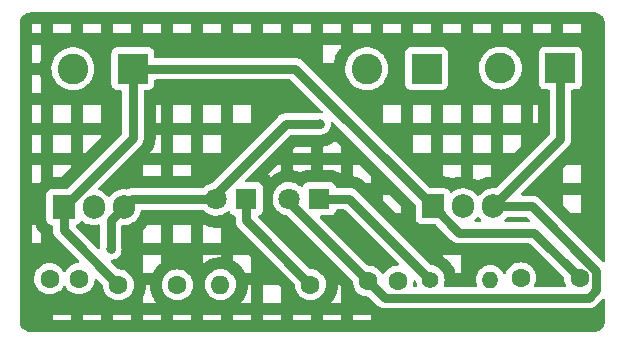
<source format=gbr>
%TF.GenerationSoftware,KiCad,Pcbnew,(6.0.7)*%
%TF.CreationDate,2023-02-08T20:34:56+01:00*%
%TF.ProjectId,udemy,7564656d-792e-46b6-9963-61645f706362,rev?*%
%TF.SameCoordinates,Original*%
%TF.FileFunction,Copper,L1,Top*%
%TF.FilePolarity,Positive*%
%FSLAX46Y46*%
G04 Gerber Fmt 4.6, Leading zero omitted, Abs format (unit mm)*
G04 Created by KiCad (PCBNEW (6.0.7)) date 2023-02-08 20:34:56*
%MOMM*%
%LPD*%
G01*
G04 APERTURE LIST*
%TA.AperFunction,ComponentPad*%
%ADD10R,1.800000X1.800000*%
%TD*%
%TA.AperFunction,ComponentPad*%
%ADD11C,1.800000*%
%TD*%
%TA.AperFunction,ComponentPad*%
%ADD12C,1.600000*%
%TD*%
%TA.AperFunction,ComponentPad*%
%ADD13O,1.600000X1.600000*%
%TD*%
%TA.AperFunction,ComponentPad*%
%ADD14C,1.400000*%
%TD*%
%TA.AperFunction,ComponentPad*%
%ADD15O,1.400000X1.400000*%
%TD*%
%TA.AperFunction,ComponentPad*%
%ADD16R,2.600000X2.600000*%
%TD*%
%TA.AperFunction,ComponentPad*%
%ADD17C,2.600000*%
%TD*%
%TA.AperFunction,ComponentPad*%
%ADD18R,1.905000X2.000000*%
%TD*%
%TA.AperFunction,ComponentPad*%
%ADD19O,1.905000X2.000000*%
%TD*%
%TA.AperFunction,ViaPad*%
%ADD20C,0.800000*%
%TD*%
%TA.AperFunction,Conductor*%
%ADD21C,0.800000*%
%TD*%
G04 APERTURE END LIST*
D10*
%TO.P,D1,1,K*%
%TO.N,Net-(D1-Pad1)*%
X135875000Y-71075000D03*
D11*
%TO.P,D1,2,A*%
%TO.N,/9v out*%
X133335000Y-71075000D03*
%TD*%
D12*
%TO.P,R2,1*%
%TO.N,Net-(D1-Pad1)*%
X141310000Y-78325000D03*
D13*
%TO.P,R2,2*%
%TO.N,GND*%
X133690000Y-78325000D03*
%TD*%
D12*
%TO.P,C4,1*%
%TO.N,/5v out*%
X146200000Y-78025000D03*
%TO.P,C4,2*%
%TO.N,GND*%
X148700000Y-78025000D03*
%TD*%
D14*
%TO.P,R1,1*%
%TO.N,Net-(D2-Pad1)*%
X151460000Y-77900000D03*
D15*
%TO.P,R1,2*%
%TO.N,GND*%
X156540000Y-77900000D03*
%TD*%
D16*
%TO.P,J2,1,Pin_1*%
%TO.N,/9v out*%
X151145000Y-60045000D03*
D17*
%TO.P,J2,2,Pin_2*%
%TO.N,GND*%
X146065000Y-60045000D03*
%TD*%
D16*
%TO.P,J3,1,Pin_1*%
%TO.N,/5v out*%
X162470000Y-59995000D03*
D17*
%TO.P,J3,2,Pin_2*%
%TO.N,GND*%
X157390000Y-59995000D03*
%TD*%
D10*
%TO.P,D2,1,K*%
%TO.N,Net-(D2-Pad1)*%
X142050000Y-71050000D03*
D11*
%TO.P,D2,2,A*%
%TO.N,/5v out*%
X139510000Y-71050000D03*
%TD*%
D16*
%TO.P,J1,1,Pin_1*%
%TO.N,+12V*%
X126270000Y-60045000D03*
D17*
%TO.P,J1,2,Pin_2*%
%TO.N,GND*%
X121190000Y-60045000D03*
%TD*%
D18*
%TO.P,U1,1,IN*%
%TO.N,+12V*%
X120410000Y-71770000D03*
D19*
%TO.P,U1,2,GND*%
%TO.N,GND*%
X122950000Y-71770000D03*
%TO.P,U1,3,OUT*%
%TO.N,/9v out*%
X125490000Y-71770000D03*
%TD*%
D18*
%TO.P,U2,1,IN*%
%TO.N,+12V*%
X151685000Y-71695000D03*
D19*
%TO.P,U2,2,GND*%
%TO.N,GND*%
X154225000Y-71695000D03*
%TO.P,U2,3,OUT*%
%TO.N,/5v out*%
X156765000Y-71695000D03*
%TD*%
D12*
%TO.P,C3,1*%
%TO.N,/9v out*%
X121725000Y-77825000D03*
%TO.P,C3,2*%
%TO.N,GND*%
X119225000Y-77825000D03*
%TD*%
%TO.P,C1,1*%
%TO.N,+12V*%
X125050000Y-78350000D03*
%TO.P,C1,2*%
%TO.N,GND*%
X130050000Y-78350000D03*
%TD*%
%TO.P,C2,1*%
%TO.N,+12V*%
X164100000Y-77750000D03*
%TO.P,C2,2*%
%TO.N,GND*%
X159100000Y-77750000D03*
%TD*%
D20*
%TO.N,/9v out*%
X142125000Y-64725000D03*
X124400000Y-75325000D03*
%TD*%
D21*
%TO.N,/5v out*%
X156765000Y-71695000D02*
X160024899Y-71695000D01*
X139510000Y-71050000D02*
X139510000Y-71335000D01*
X139510000Y-71335000D02*
X146200000Y-78025000D01*
X147600000Y-79425000D02*
X146200000Y-78025000D01*
X162470000Y-65990000D02*
X156765000Y-71695000D01*
X165500000Y-78800000D02*
X164875000Y-79425000D01*
X160024899Y-71695000D02*
X165500000Y-77170101D01*
X165500000Y-77170101D02*
X165500000Y-78800000D01*
X162470000Y-59995000D02*
X162470000Y-65990000D01*
X164875000Y-79425000D02*
X147600000Y-79425000D01*
%TO.N,Net-(D1-Pad1)*%
X135875000Y-72890000D02*
X141310000Y-78325000D01*
X135875000Y-71075000D02*
X135875000Y-72890000D01*
%TO.N,Net-(D2-Pad1)*%
X151460000Y-77900000D02*
X144610000Y-71050000D01*
X144610000Y-71050000D02*
X142050000Y-71050000D01*
%TO.N,+12V*%
X164100000Y-77750000D02*
X160275682Y-73925682D01*
X153915682Y-73925682D02*
X151685000Y-71695000D01*
X140035000Y-60045000D02*
X151685000Y-71695000D01*
X120410000Y-71770000D02*
X120410000Y-73710000D01*
X120410000Y-73710000D02*
X125050000Y-78350000D01*
X126270000Y-60045000D02*
X126270000Y-65910000D01*
X126270000Y-65910000D02*
X120410000Y-71770000D01*
X160275682Y-73925682D02*
X153915682Y-73925682D01*
X126270000Y-60045000D02*
X140035000Y-60045000D01*
%TO.N,/9v out*%
X126185000Y-71075000D02*
X125490000Y-71770000D01*
X133335000Y-70615000D02*
X139225000Y-64725000D01*
X139225000Y-64725000D02*
X142125000Y-64725000D01*
X124400000Y-75325000D02*
X124400000Y-72860000D01*
X124400000Y-72860000D02*
X125490000Y-71770000D01*
X133335000Y-71075000D02*
X126185000Y-71075000D01*
X133335000Y-71075000D02*
X133335000Y-70615000D01*
%TD*%
%TA.AperFunction,NonConductor*%
G36*
X139674618Y-60973502D02*
G01*
X139695592Y-60990405D01*
X142306592Y-63601405D01*
X142340618Y-63663717D01*
X142335553Y-63734532D01*
X142293006Y-63791368D01*
X142226486Y-63816179D01*
X142217497Y-63816500D01*
X139306417Y-63816500D01*
X139286708Y-63814949D01*
X139272810Y-63812748D01*
X139266223Y-63813093D01*
X139266218Y-63813093D01*
X139204520Y-63816327D01*
X139197926Y-63816500D01*
X139177390Y-63816500D01*
X139174118Y-63816844D01*
X139174116Y-63816844D01*
X139156958Y-63818647D01*
X139150384Y-63819164D01*
X139088696Y-63822397D01*
X139088694Y-63822397D01*
X139082097Y-63822743D01*
X139068504Y-63826385D01*
X139049075Y-63829986D01*
X139035072Y-63831458D01*
X138970025Y-63852593D01*
X138963712Y-63854463D01*
X138957208Y-63856206D01*
X138904003Y-63870462D01*
X138904000Y-63870463D01*
X138897630Y-63872170D01*
X138885085Y-63878562D01*
X138866826Y-63886125D01*
X138853444Y-63890473D01*
X138847723Y-63893776D01*
X138794223Y-63924664D01*
X138788426Y-63927812D01*
X138733351Y-63955874D01*
X138733348Y-63955876D01*
X138727470Y-63958871D01*
X138722342Y-63963024D01*
X138722340Y-63963025D01*
X138716534Y-63967727D01*
X138700237Y-63978927D01*
X138693776Y-63982657D01*
X138693772Y-63982660D01*
X138688056Y-63985960D01*
X138683150Y-63990377D01*
X138683145Y-63990381D01*
X138637231Y-64031722D01*
X138632216Y-64036006D01*
X138623718Y-64042888D01*
X138616259Y-64048928D01*
X138601744Y-64063443D01*
X138596959Y-64067984D01*
X138546134Y-64113747D01*
X138542255Y-64119086D01*
X138542254Y-64119087D01*
X138537860Y-64125135D01*
X138525019Y-64140168D01*
X132965745Y-69699442D01*
X132915795Y-69730112D01*
X132870734Y-69744840D01*
X132787314Y-69772106D01*
X132782726Y-69774494D01*
X132782722Y-69774496D01*
X132586461Y-69876663D01*
X132581872Y-69879052D01*
X132577739Y-69882155D01*
X132577736Y-69882157D01*
X132400790Y-70015012D01*
X132396655Y-70018117D01*
X132292733Y-70126866D01*
X132292078Y-70127551D01*
X132230554Y-70162981D01*
X132200984Y-70166500D01*
X126266416Y-70166500D01*
X126246707Y-70164949D01*
X126232809Y-70162748D01*
X126226222Y-70163093D01*
X126226217Y-70163093D01*
X126164519Y-70166327D01*
X126157925Y-70166500D01*
X126137390Y-70166500D01*
X126131222Y-70167148D01*
X126116960Y-70168647D01*
X126110385Y-70169164D01*
X126048696Y-70172397D01*
X126048695Y-70172397D01*
X126042096Y-70172743D01*
X126028508Y-70176384D01*
X126009061Y-70179988D01*
X126001644Y-70180767D01*
X126001640Y-70180768D01*
X125995072Y-70181458D01*
X125958764Y-70193255D01*
X125930009Y-70202598D01*
X125923685Y-70204471D01*
X125864010Y-70220461D01*
X125864006Y-70220462D01*
X125857630Y-70222171D01*
X125851748Y-70225168D01*
X125845093Y-70228559D01*
X125826826Y-70236125D01*
X125819728Y-70238431D01*
X125819726Y-70238432D01*
X125813444Y-70240473D01*
X125779715Y-70259946D01*
X125710721Y-70276683D01*
X125694624Y-70274873D01*
X125652681Y-70267402D01*
X125633050Y-70263905D01*
X125633048Y-70263905D01*
X125627963Y-70262999D01*
X125547962Y-70262022D01*
X125392907Y-70260127D01*
X125392905Y-70260127D01*
X125387737Y-70260064D01*
X125150256Y-70296404D01*
X125058611Y-70326358D01*
X124926817Y-70369434D01*
X124926811Y-70369437D01*
X124921899Y-70371042D01*
X124917313Y-70373429D01*
X124917309Y-70373431D01*
X124757339Y-70456707D01*
X124708800Y-70481975D01*
X124704657Y-70485085D01*
X124704658Y-70485085D01*
X124572005Y-70584684D01*
X124516680Y-70626223D01*
X124513108Y-70629961D01*
X124366772Y-70783093D01*
X124350699Y-70799912D01*
X124325465Y-70836903D01*
X124270556Y-70881904D01*
X124200032Y-70890075D01*
X124136284Y-70858821D01*
X124115589Y-70834340D01*
X124114311Y-70832365D01*
X124111502Y-70828023D01*
X123949814Y-70650330D01*
X123850793Y-70572128D01*
X123765330Y-70504633D01*
X123765325Y-70504630D01*
X123761276Y-70501432D01*
X123756760Y-70498939D01*
X123756757Y-70498937D01*
X123555474Y-70387823D01*
X123555470Y-70387821D01*
X123550950Y-70385326D01*
X123546081Y-70383602D01*
X123546077Y-70383600D01*
X123469794Y-70356587D01*
X123391022Y-70328692D01*
X123333487Y-70287099D01*
X123307571Y-70221001D01*
X123321505Y-70151385D01*
X123343988Y-70120825D01*
X124312313Y-69152500D01*
X127095628Y-69152500D01*
X128621628Y-69152500D01*
X129635628Y-69152500D01*
X131161628Y-69152500D01*
X131161628Y-68221066D01*
X129635628Y-68221066D01*
X129635628Y-69152500D01*
X128621628Y-69152500D01*
X128621628Y-68221066D01*
X127095628Y-68221066D01*
X127095628Y-69152500D01*
X124312313Y-69152500D01*
X126257747Y-67207066D01*
X127690354Y-67207066D01*
X128621628Y-67207066D01*
X129635628Y-67207066D01*
X131161628Y-67207066D01*
X132175628Y-67207066D01*
X133701628Y-67207066D01*
X133701628Y-65681066D01*
X132175628Y-65681066D01*
X132175628Y-67207066D01*
X131161628Y-67207066D01*
X131161628Y-65681066D01*
X129635628Y-65681066D01*
X129635628Y-67207066D01*
X128621628Y-67207066D01*
X128621628Y-65681066D01*
X128192500Y-65681066D01*
X128192500Y-65784994D01*
X128192968Y-65789447D01*
X128193485Y-65796025D01*
X128194863Y-65822330D01*
X128195036Y-65828924D01*
X128195035Y-65908668D01*
X128194862Y-65915260D01*
X128192444Y-65961390D01*
X128191413Y-66000774D01*
X128191283Y-66004067D01*
X128190593Y-66017238D01*
X128190378Y-66020530D01*
X128187286Y-66059824D01*
X128184867Y-66105976D01*
X128184350Y-66112551D01*
X128176013Y-66191872D01*
X128175152Y-66198412D01*
X128171031Y-66224431D01*
X128169828Y-66230921D01*
X128163446Y-66260943D01*
X128158650Y-66291227D01*
X128157448Y-66297716D01*
X128151971Y-66323484D01*
X128150431Y-66329898D01*
X128129788Y-66406942D01*
X128127915Y-66413267D01*
X128113957Y-66456226D01*
X128102275Y-66499822D01*
X128100402Y-66506145D01*
X128075762Y-66581979D01*
X128073561Y-66588195D01*
X128064122Y-66612786D01*
X128061597Y-66618883D01*
X128049112Y-66646924D01*
X128038113Y-66675579D01*
X128035588Y-66681675D01*
X128024874Y-66705739D01*
X128022034Y-66711692D01*
X127985826Y-66782756D01*
X127982679Y-66788553D01*
X127960112Y-66827642D01*
X127939611Y-66867876D01*
X127936463Y-66873674D01*
X127896574Y-66942763D01*
X127893126Y-66948389D01*
X127878778Y-66970482D01*
X127875040Y-66975920D01*
X127857003Y-67000744D01*
X127840316Y-67026441D01*
X127836580Y-67031877D01*
X127821096Y-67053190D01*
X127817080Y-67058425D01*
X127766875Y-67120425D01*
X127762590Y-67125442D01*
X127731637Y-67159819D01*
X127706074Y-67189749D01*
X127703900Y-67192228D01*
X127695075Y-67202029D01*
X127692835Y-67204452D01*
X127690354Y-67207066D01*
X126257747Y-67207066D01*
X126854832Y-66609981D01*
X126869865Y-66597140D01*
X126875913Y-66592746D01*
X126875914Y-66592745D01*
X126881253Y-66588866D01*
X126927016Y-66538041D01*
X126931557Y-66533256D01*
X126946072Y-66518741D01*
X126958997Y-66502780D01*
X126963269Y-66497779D01*
X127004619Y-66451855D01*
X127004623Y-66451850D01*
X127009040Y-66446944D01*
X127016073Y-66434763D01*
X127027267Y-66418474D01*
X127036129Y-66407531D01*
X127039836Y-66400257D01*
X127067188Y-66346574D01*
X127070336Y-66340777D01*
X127071116Y-66339427D01*
X127104527Y-66281556D01*
X127108875Y-66268173D01*
X127116441Y-66249907D01*
X127119832Y-66243252D01*
X127122829Y-66237370D01*
X127126984Y-66221867D01*
X127140529Y-66171315D01*
X127142402Y-66164991D01*
X127147153Y-66150368D01*
X127163542Y-66099928D01*
X127165012Y-66085939D01*
X127168617Y-66066486D01*
X127169119Y-66064615D01*
X127172257Y-66052904D01*
X127172887Y-66040882D01*
X127175836Y-65984615D01*
X127176353Y-65978040D01*
X127178156Y-65960882D01*
X127178500Y-65957610D01*
X127178500Y-65937075D01*
X127178673Y-65930481D01*
X127181907Y-65868783D01*
X127181907Y-65868778D01*
X127182252Y-65862191D01*
X127180051Y-65848293D01*
X127178500Y-65828584D01*
X127178500Y-64667066D01*
X128192500Y-64667066D01*
X128621628Y-64667066D01*
X129635628Y-64667066D01*
X131161628Y-64667066D01*
X132175628Y-64667066D01*
X133701628Y-64667066D01*
X134715628Y-64667066D01*
X136241628Y-64667066D01*
X136241628Y-63141066D01*
X134715628Y-63141066D01*
X134715628Y-64667066D01*
X133701628Y-64667066D01*
X133701628Y-63141066D01*
X132175628Y-63141066D01*
X132175628Y-64667066D01*
X131161628Y-64667066D01*
X131161628Y-63141066D01*
X129635628Y-63141066D01*
X129635628Y-64667066D01*
X128621628Y-64667066D01*
X128621628Y-63141066D01*
X128192500Y-63141066D01*
X128192500Y-64667066D01*
X127178500Y-64667066D01*
X127178500Y-61979500D01*
X127198502Y-61911379D01*
X127252158Y-61864886D01*
X127304500Y-61853500D01*
X127618134Y-61853500D01*
X127680316Y-61846745D01*
X127816705Y-61795615D01*
X127933261Y-61708261D01*
X128020615Y-61591705D01*
X128071745Y-61455316D01*
X128078500Y-61393134D01*
X128078500Y-61079500D01*
X128098502Y-61011379D01*
X128152158Y-60964886D01*
X128204500Y-60953500D01*
X139606497Y-60953500D01*
X139674618Y-60973502D01*
G37*
%TD.AperFunction*%
%TA.AperFunction,NonConductor*%
G36*
X155578716Y-72606179D02*
G01*
X155599411Y-72630660D01*
X155603498Y-72636977D01*
X155606978Y-72640802D01*
X155606980Y-72640804D01*
X155757644Y-72806382D01*
X155788696Y-72870228D01*
X155780301Y-72940727D01*
X155735125Y-72995495D01*
X155664451Y-73017182D01*
X155322522Y-73017182D01*
X155254401Y-72997180D01*
X155207908Y-72943524D01*
X155197804Y-72873250D01*
X155231428Y-72804131D01*
X155232848Y-72802646D01*
X155364301Y-72665088D01*
X155389535Y-72628097D01*
X155444444Y-72583096D01*
X155514968Y-72574925D01*
X155578716Y-72606179D01*
G37*
%TD.AperFunction*%
%TA.AperFunction,NonConductor*%
G36*
X159664517Y-72623502D02*
G01*
X159685491Y-72640405D01*
X159847173Y-72802087D01*
X159881199Y-72864399D01*
X159876134Y-72935214D01*
X159833587Y-72992050D01*
X159767067Y-73016861D01*
X159758078Y-73017182D01*
X157862522Y-73017182D01*
X157794401Y-72997180D01*
X157747908Y-72943524D01*
X157737804Y-72873250D01*
X157771428Y-72804131D01*
X157772848Y-72802646D01*
X157904301Y-72665088D01*
X157908796Y-72658498D01*
X157909676Y-72657777D01*
X157910469Y-72656798D01*
X157910671Y-72656962D01*
X157963704Y-72613495D01*
X158012886Y-72603500D01*
X159596396Y-72603500D01*
X159664517Y-72623502D01*
G37*
%TD.AperFunction*%
%TA.AperFunction,NonConductor*%
G36*
X121999123Y-72930553D02*
G01*
X122016647Y-72942158D01*
X122134670Y-73035367D01*
X122134675Y-73035370D01*
X122138724Y-73038568D01*
X122143240Y-73041061D01*
X122143243Y-73041063D01*
X122344526Y-73152177D01*
X122344530Y-73152179D01*
X122349050Y-73154674D01*
X122353919Y-73156398D01*
X122353923Y-73156400D01*
X122570640Y-73233144D01*
X122570644Y-73233145D01*
X122575515Y-73234870D01*
X122580608Y-73235777D01*
X122580611Y-73235778D01*
X122806948Y-73276095D01*
X122806954Y-73276096D01*
X122812037Y-73277001D01*
X122896014Y-73278027D01*
X123047093Y-73279873D01*
X123047095Y-73279873D01*
X123052263Y-73279936D01*
X123289744Y-73243596D01*
X123304598Y-73238741D01*
X123326356Y-73231630D01*
X123397320Y-73229479D01*
X123458181Y-73266036D01*
X123489617Y-73329694D01*
X123491500Y-73351395D01*
X123491500Y-75202497D01*
X123471498Y-75270618D01*
X123417842Y-75317111D01*
X123347568Y-75327215D01*
X123282988Y-75297721D01*
X123276405Y-75291592D01*
X121453905Y-73469092D01*
X121419879Y-73406780D01*
X121424944Y-73335965D01*
X121467491Y-73279129D01*
X121498771Y-73262015D01*
X121600795Y-73223768D01*
X121600796Y-73223767D01*
X121609205Y-73220615D01*
X121725761Y-73133261D01*
X121813115Y-73016705D01*
X121820573Y-72996811D01*
X121863213Y-72940047D01*
X121929774Y-72915346D01*
X121999123Y-72930553D01*
G37*
%TD.AperFunction*%
%TA.AperFunction,NonConductor*%
G36*
X144249618Y-71978502D02*
G01*
X144270592Y-71995405D01*
X148772559Y-76497372D01*
X148806585Y-76559684D01*
X148801520Y-76630499D01*
X148758973Y-76687335D01*
X148694446Y-76711988D01*
X148471913Y-76731457D01*
X148466600Y-76732881D01*
X148466598Y-76732881D01*
X148256067Y-76789293D01*
X148256065Y-76789294D01*
X148250757Y-76790716D01*
X148245776Y-76793039D01*
X148245775Y-76793039D01*
X148048238Y-76885151D01*
X148048233Y-76885154D01*
X148043251Y-76887477D01*
X147990960Y-76924092D01*
X147860211Y-77015643D01*
X147860208Y-77015645D01*
X147855700Y-77018802D01*
X147693802Y-77180700D01*
X147690645Y-77185208D01*
X147690643Y-77185211D01*
X147655929Y-77234788D01*
X147562477Y-77368251D01*
X147560154Y-77373233D01*
X147559118Y-77375027D01*
X147507734Y-77424019D01*
X147438021Y-77437454D01*
X147372110Y-77411066D01*
X147340882Y-77375027D01*
X147339846Y-77373233D01*
X147337523Y-77368251D01*
X147244071Y-77234788D01*
X147209357Y-77185211D01*
X147209355Y-77185208D01*
X147206198Y-77180700D01*
X147044300Y-77018802D01*
X147039792Y-77015645D01*
X147039789Y-77015643D01*
X146909040Y-76924092D01*
X146856749Y-76887477D01*
X146851767Y-76885154D01*
X146851762Y-76885151D01*
X146654225Y-76793039D01*
X146654224Y-76793039D01*
X146649243Y-76790716D01*
X146643935Y-76789294D01*
X146643933Y-76789293D01*
X146433402Y-76732881D01*
X146433400Y-76732881D01*
X146428087Y-76731457D01*
X146422611Y-76730978D01*
X146422606Y-76730977D01*
X146292904Y-76719630D01*
X146214249Y-76712749D01*
X146148131Y-76686886D01*
X146136136Y-76676323D01*
X142133408Y-72673595D01*
X142099382Y-72611283D01*
X142104447Y-72540468D01*
X142146994Y-72483632D01*
X142213514Y-72458821D01*
X142222503Y-72458500D01*
X142998134Y-72458500D01*
X143001826Y-72458099D01*
X143007873Y-72457442D01*
X143060316Y-72451745D01*
X143196705Y-72400615D01*
X143313261Y-72313261D01*
X143400615Y-72196705D01*
X143439599Y-72092715D01*
X143448972Y-72067714D01*
X143448973Y-72067711D01*
X143451745Y-72060316D01*
X143452372Y-72054547D01*
X143487126Y-71993709D01*
X143550081Y-71960887D01*
X143574493Y-71958500D01*
X144181497Y-71958500D01*
X144249618Y-71978502D01*
G37*
%TD.AperFunction*%
%TA.AperFunction,NonConductor*%
G36*
X150226157Y-77986715D02*
G01*
X150259189Y-78049559D01*
X150261180Y-78063404D01*
X150265314Y-78110655D01*
X150266738Y-78115968D01*
X150266738Y-78115970D01*
X150303479Y-78253087D01*
X150320044Y-78314910D01*
X150322366Y-78319889D01*
X150322369Y-78319898D01*
X150330461Y-78337251D01*
X150341122Y-78407443D01*
X150312141Y-78472256D01*
X150252721Y-78511111D01*
X150216266Y-78516500D01*
X150087168Y-78516500D01*
X150019047Y-78496498D01*
X149972554Y-78442842D01*
X149962450Y-78372568D01*
X149965461Y-78357888D01*
X149967575Y-78350000D01*
X149993543Y-78253087D01*
X150010138Y-78063404D01*
X150036001Y-77997286D01*
X150093505Y-77955647D01*
X150164392Y-77951706D01*
X150226157Y-77986715D01*
G37*
%TD.AperFunction*%
%TA.AperFunction,NonConductor*%
G36*
X165295114Y-55270566D02*
G01*
X165309851Y-55272861D01*
X165309855Y-55272861D01*
X165318724Y-55274242D01*
X165331291Y-55272599D01*
X165358692Y-55272024D01*
X165474402Y-55282234D01*
X165496205Y-55286111D01*
X165541106Y-55298249D01*
X165630274Y-55322355D01*
X165651064Y-55329993D01*
X165776696Y-55389145D01*
X165795829Y-55400305D01*
X165909168Y-55480547D01*
X165926051Y-55494885D01*
X166023588Y-55593735D01*
X166037699Y-55610808D01*
X166116419Y-55725210D01*
X166127322Y-55744490D01*
X166184792Y-55870906D01*
X166192148Y-55891786D01*
X166226598Y-56026336D01*
X166230182Y-56048181D01*
X166238345Y-56157339D01*
X166237588Y-56173571D01*
X166238041Y-56173583D01*
X166237811Y-56182557D01*
X166236312Y-56191407D01*
X166237357Y-56200323D01*
X166240508Y-56227215D01*
X166241364Y-56241909D01*
X166238811Y-67202029D01*
X166236689Y-76315237D01*
X166236688Y-76317815D01*
X166216670Y-76385931D01*
X166163004Y-76432412D01*
X166092727Y-76442499D01*
X166028153Y-76412991D01*
X166021593Y-76406881D01*
X161221618Y-71606906D01*
X162655628Y-71606906D01*
X163335788Y-72287066D01*
X164181628Y-72287066D01*
X164181628Y-70761066D01*
X162655628Y-70761066D01*
X162655628Y-71606906D01*
X161221618Y-71606906D01*
X160724880Y-71110168D01*
X160712039Y-71095135D01*
X160707645Y-71089087D01*
X160707644Y-71089086D01*
X160703765Y-71083747D01*
X160652940Y-71037984D01*
X160648155Y-71033443D01*
X160633640Y-71018928D01*
X160623030Y-71010336D01*
X160617683Y-71006006D01*
X160612668Y-71001722D01*
X160566754Y-70960381D01*
X160566749Y-70960377D01*
X160561843Y-70955960D01*
X160556127Y-70952660D01*
X160556123Y-70952657D01*
X160549662Y-70948927D01*
X160533365Y-70937727D01*
X160527559Y-70933025D01*
X160527557Y-70933024D01*
X160522429Y-70928871D01*
X160461476Y-70897814D01*
X160455681Y-70894667D01*
X160447728Y-70890075D01*
X160396455Y-70860473D01*
X160390173Y-70858432D01*
X160390171Y-70858431D01*
X160383073Y-70856125D01*
X160364806Y-70848559D01*
X160352269Y-70842171D01*
X160286198Y-70824467D01*
X160279896Y-70822600D01*
X160214827Y-70801458D01*
X160208262Y-70800768D01*
X160208253Y-70800766D01*
X160200824Y-70799985D01*
X160181390Y-70796383D01*
X160174185Y-70794453D01*
X160174183Y-70794453D01*
X160167802Y-70792743D01*
X160161211Y-70792398D01*
X160161207Y-70792397D01*
X160099515Y-70789164D01*
X160092941Y-70788647D01*
X160075783Y-70786844D01*
X160075781Y-70786844D01*
X160072509Y-70786500D01*
X160051973Y-70786500D01*
X160045379Y-70786327D01*
X159983681Y-70783093D01*
X159983676Y-70783093D01*
X159977089Y-70782748D01*
X159963191Y-70784949D01*
X159943482Y-70786500D01*
X159262503Y-70786500D01*
X159194382Y-70766498D01*
X159147889Y-70712842D01*
X159137785Y-70642568D01*
X159167279Y-70577988D01*
X159173408Y-70571405D01*
X159997747Y-69747066D01*
X162655628Y-69747066D01*
X164181628Y-69747066D01*
X164181628Y-68221066D01*
X162957757Y-68221066D01*
X162655628Y-68523195D01*
X162655628Y-69747066D01*
X159997747Y-69747066D01*
X163054832Y-66689981D01*
X163069865Y-66677140D01*
X163075913Y-66672746D01*
X163075914Y-66672745D01*
X163081253Y-66668866D01*
X163127016Y-66618041D01*
X163131557Y-66613256D01*
X163146072Y-66598741D01*
X163158994Y-66582784D01*
X163163278Y-66577769D01*
X163204619Y-66531855D01*
X163204623Y-66531850D01*
X163209040Y-66526944D01*
X163212340Y-66521228D01*
X163212343Y-66521224D01*
X163216073Y-66514763D01*
X163227273Y-66498466D01*
X163231975Y-66492660D01*
X163231976Y-66492658D01*
X163236129Y-66487530D01*
X163267186Y-66426577D01*
X163270333Y-66420782D01*
X163277984Y-66407531D01*
X163289787Y-66387086D01*
X163301223Y-66367279D01*
X163301224Y-66367278D01*
X163304527Y-66361556D01*
X163308875Y-66348173D01*
X163316441Y-66329907D01*
X163319832Y-66323252D01*
X163322829Y-66317370D01*
X163328096Y-66297716D01*
X163340529Y-66251315D01*
X163342402Y-66244991D01*
X163361500Y-66186212D01*
X163363542Y-66179928D01*
X163364783Y-66168124D01*
X163365012Y-66165939D01*
X163368617Y-66146486D01*
X163370547Y-66139285D01*
X163372257Y-66132904D01*
X163374718Y-66085939D01*
X163375836Y-66064615D01*
X163376353Y-66058040D01*
X163378156Y-66040882D01*
X163378500Y-66037610D01*
X163378500Y-66017075D01*
X163378673Y-66010481D01*
X163381907Y-65948783D01*
X163381907Y-65948778D01*
X163382252Y-65942191D01*
X163380051Y-65928293D01*
X163378500Y-65908584D01*
X163378500Y-61929500D01*
X163398502Y-61861379D01*
X163452158Y-61814886D01*
X163504500Y-61803500D01*
X163818134Y-61803500D01*
X163880316Y-61796745D01*
X164016705Y-61745615D01*
X164133261Y-61658261D01*
X164220615Y-61541705D01*
X164271745Y-61405316D01*
X164278500Y-61343134D01*
X164278500Y-58646866D01*
X164271745Y-58584684D01*
X164220615Y-58448295D01*
X164133261Y-58331739D01*
X164016705Y-58244385D01*
X163880316Y-58193255D01*
X163818134Y-58186500D01*
X161121866Y-58186500D01*
X161059684Y-58193255D01*
X160923295Y-58244385D01*
X160806739Y-58331739D01*
X160719385Y-58448295D01*
X160668255Y-58584684D01*
X160661500Y-58646866D01*
X160661500Y-61343134D01*
X160668255Y-61405316D01*
X160719385Y-61541705D01*
X160806739Y-61658261D01*
X160923295Y-61745615D01*
X161059684Y-61796745D01*
X161121866Y-61803500D01*
X161435500Y-61803500D01*
X161503621Y-61823502D01*
X161550114Y-61877158D01*
X161561500Y-61929500D01*
X161561500Y-65561497D01*
X161541498Y-65629618D01*
X161524595Y-65650592D01*
X157020933Y-70154254D01*
X156958621Y-70188280D01*
X156913225Y-70189139D01*
X156913201Y-70189392D01*
X156910975Y-70189182D01*
X156909737Y-70189205D01*
X156908058Y-70188906D01*
X156908052Y-70188905D01*
X156902963Y-70187999D01*
X156797183Y-70186707D01*
X156667907Y-70185127D01*
X156667905Y-70185127D01*
X156662737Y-70185064D01*
X156425256Y-70221404D01*
X156333724Y-70251321D01*
X156201817Y-70294434D01*
X156201811Y-70294437D01*
X156196899Y-70296042D01*
X156192313Y-70298429D01*
X156192309Y-70298431D01*
X156025387Y-70385326D01*
X155983800Y-70406975D01*
X155961209Y-70423937D01*
X155815514Y-70533328D01*
X155791680Y-70551223D01*
X155625699Y-70724912D01*
X155600465Y-70761903D01*
X155545556Y-70806904D01*
X155475032Y-70815075D01*
X155411284Y-70783821D01*
X155390589Y-70759340D01*
X155389311Y-70757365D01*
X155386502Y-70753023D01*
X155224814Y-70575330D01*
X155131243Y-70501432D01*
X155040330Y-70429633D01*
X155040325Y-70429630D01*
X155036276Y-70426432D01*
X155031760Y-70423939D01*
X155031757Y-70423937D01*
X154830474Y-70312823D01*
X154830470Y-70312821D01*
X154825950Y-70310326D01*
X154821081Y-70308602D01*
X154821077Y-70308600D01*
X154604360Y-70231856D01*
X154604356Y-70231855D01*
X154599485Y-70230130D01*
X154594392Y-70229223D01*
X154594389Y-70229222D01*
X154368052Y-70188905D01*
X154368046Y-70188904D01*
X154362963Y-70187999D01*
X154270474Y-70186869D01*
X154127907Y-70185127D01*
X154127905Y-70185127D01*
X154122737Y-70185064D01*
X153885256Y-70221404D01*
X153793724Y-70251321D01*
X153661817Y-70294434D01*
X153661811Y-70294437D01*
X153656899Y-70296042D01*
X153652313Y-70298429D01*
X153652309Y-70298431D01*
X153485387Y-70385326D01*
X153443800Y-70406975D01*
X153288717Y-70523415D01*
X153222235Y-70548320D01*
X153152839Y-70533328D01*
X153102565Y-70483198D01*
X153095085Y-70466885D01*
X153091269Y-70456707D01*
X153091267Y-70456704D01*
X153088115Y-70448295D01*
X153000761Y-70331739D01*
X152884205Y-70244385D01*
X152747816Y-70193255D01*
X152685634Y-70186500D01*
X151513503Y-70186500D01*
X151445382Y-70166498D01*
X151424408Y-70149595D01*
X150447313Y-69172500D01*
X152495628Y-69172500D01*
X152685634Y-69172500D01*
X152689042Y-69172546D01*
X152730251Y-69173661D01*
X152733657Y-69173799D01*
X152747265Y-69174536D01*
X152750667Y-69174767D01*
X152791752Y-69178109D01*
X152795144Y-69178431D01*
X152857326Y-69185186D01*
X152865136Y-69186283D01*
X152959109Y-69202493D01*
X152966837Y-69204076D01*
X152997459Y-69211357D01*
X153005074Y-69213422D01*
X153096290Y-69241245D01*
X153103759Y-69243781D01*
X153240148Y-69294911D01*
X153248420Y-69298353D01*
X153330946Y-69336181D01*
X153336998Y-69333924D01*
X153341875Y-69332218D01*
X153413290Y-69308876D01*
X155035628Y-69308876D01*
X155164432Y-69354488D01*
X155169265Y-69356312D01*
X155227254Y-69379564D01*
X155232010Y-69381585D01*
X155250844Y-69390049D01*
X155255513Y-69392264D01*
X155311423Y-69420200D01*
X155315999Y-69422604D01*
X155493064Y-69520349D01*
X155511051Y-69510027D01*
X155515584Y-69507548D01*
X155728683Y-69396615D01*
X155733314Y-69394324D01*
X155789881Y-69367765D01*
X155794604Y-69365664D01*
X155813640Y-69357662D01*
X155818444Y-69355758D01*
X155876997Y-69333924D01*
X155881875Y-69332218D01*
X156110232Y-69257580D01*
X156115176Y-69256075D01*
X156175324Y-69239112D01*
X156180326Y-69237812D01*
X156200412Y-69233027D01*
X156205463Y-69231933D01*
X156266787Y-69219958D01*
X156271876Y-69219072D01*
X156509357Y-69182732D01*
X156514478Y-69182055D01*
X156561628Y-69176807D01*
X156561628Y-68221066D01*
X155035628Y-68221066D01*
X155035628Y-69308876D01*
X153413290Y-69308876D01*
X153570232Y-69257580D01*
X153575176Y-69256075D01*
X153635324Y-69239112D01*
X153640326Y-69237812D01*
X153660412Y-69233027D01*
X153665463Y-69231933D01*
X153726787Y-69219958D01*
X153731876Y-69219072D01*
X153969357Y-69182732D01*
X153974478Y-69182055D01*
X154021628Y-69176807D01*
X154021628Y-68221066D01*
X152495628Y-68221066D01*
X152495628Y-69172500D01*
X150447313Y-69172500D01*
X148481879Y-67207066D01*
X149955628Y-67207066D01*
X151481628Y-67207066D01*
X152495628Y-67207066D01*
X154021628Y-67207066D01*
X155035628Y-67207066D01*
X156561628Y-67207066D01*
X157575628Y-67207066D01*
X158534111Y-67207066D01*
X159101628Y-66639549D01*
X159101628Y-65681066D01*
X157575628Y-65681066D01*
X157575628Y-67207066D01*
X156561628Y-67207066D01*
X156561628Y-65681066D01*
X155035628Y-65681066D01*
X155035628Y-67207066D01*
X154021628Y-67207066D01*
X154021628Y-65681066D01*
X152495628Y-65681066D01*
X152495628Y-67207066D01*
X151481628Y-67207066D01*
X151481628Y-65681066D01*
X149955628Y-65681066D01*
X149955628Y-67207066D01*
X148481879Y-67207066D01*
X145941879Y-64667066D01*
X147415628Y-64667066D01*
X148941628Y-64667066D01*
X149955628Y-64667066D01*
X151481628Y-64667066D01*
X152495628Y-64667066D01*
X154021628Y-64667066D01*
X155035628Y-64667066D01*
X156561628Y-64667066D01*
X157575628Y-64667066D01*
X159101628Y-64667066D01*
X160115628Y-64667066D01*
X160547500Y-64667066D01*
X160547500Y-63141066D01*
X160115628Y-63141066D01*
X160115628Y-64667066D01*
X159101628Y-64667066D01*
X159101628Y-63141066D01*
X157575628Y-63141066D01*
X157575628Y-64667066D01*
X156561628Y-64667066D01*
X156561628Y-63141066D01*
X155035628Y-63141066D01*
X155035628Y-64667066D01*
X154021628Y-64667066D01*
X154021628Y-63141066D01*
X152495628Y-63141066D01*
X152495628Y-64667066D01*
X151481628Y-64667066D01*
X151481628Y-63141066D01*
X149955628Y-63141066D01*
X149955628Y-64667066D01*
X148941628Y-64667066D01*
X148941628Y-63141066D01*
X147415628Y-63141066D01*
X147415628Y-64667066D01*
X145941879Y-64667066D01*
X141272339Y-59997526D01*
X144252050Y-59997526D01*
X144264947Y-60266019D01*
X144317388Y-60529656D01*
X144408220Y-60782646D01*
X144410432Y-60786762D01*
X144410433Y-60786765D01*
X144449978Y-60860361D01*
X144535450Y-61019431D01*
X144538241Y-61023168D01*
X144538245Y-61023175D01*
X144619887Y-61132506D01*
X144696281Y-61234810D01*
X144699590Y-61238090D01*
X144699595Y-61238096D01*
X144883863Y-61420762D01*
X144887180Y-61424050D01*
X144890942Y-61426808D01*
X144890945Y-61426811D01*
X144939912Y-61462715D01*
X145103954Y-61582995D01*
X145108089Y-61585171D01*
X145108093Y-61585173D01*
X145337698Y-61705975D01*
X145341840Y-61708154D01*
X145484346Y-61757919D01*
X145587584Y-61793971D01*
X145595613Y-61796775D01*
X145600206Y-61797647D01*
X145855109Y-61846042D01*
X145855112Y-61846042D01*
X145859698Y-61846913D01*
X145987370Y-61851929D01*
X146123625Y-61857283D01*
X146123630Y-61857283D01*
X146128293Y-61857466D01*
X146232607Y-61846042D01*
X146390844Y-61828713D01*
X146390850Y-61828712D01*
X146395497Y-61828203D01*
X146413353Y-61823502D01*
X146650918Y-61760956D01*
X146650920Y-61760955D01*
X146655441Y-61759765D01*
X146681040Y-61748767D01*
X146898120Y-61655502D01*
X146898122Y-61655501D01*
X146902414Y-61653657D01*
X147021071Y-61580230D01*
X147127017Y-61514669D01*
X147127021Y-61514666D01*
X147130990Y-61512210D01*
X147271648Y-61393134D01*
X149336500Y-61393134D01*
X149343255Y-61455316D01*
X149394385Y-61591705D01*
X149481739Y-61708261D01*
X149598295Y-61795615D01*
X149734684Y-61846745D01*
X149796866Y-61853500D01*
X152493134Y-61853500D01*
X152555316Y-61846745D01*
X152691705Y-61795615D01*
X152808261Y-61708261D01*
X152895615Y-61591705D01*
X152946745Y-61455316D01*
X152953500Y-61393134D01*
X152953500Y-59947526D01*
X155577050Y-59947526D01*
X155577274Y-59952192D01*
X155577274Y-59952197D01*
X155579482Y-59998160D01*
X155589947Y-60216019D01*
X155642388Y-60479656D01*
X155733220Y-60732646D01*
X155860450Y-60969431D01*
X155863241Y-60973168D01*
X155863245Y-60973175D01*
X155942642Y-61079500D01*
X156021281Y-61184810D01*
X156024590Y-61188090D01*
X156024595Y-61188096D01*
X156208863Y-61370762D01*
X156212180Y-61374050D01*
X156215942Y-61376808D01*
X156215945Y-61376811D01*
X156323013Y-61455316D01*
X156428954Y-61532995D01*
X156433089Y-61535171D01*
X156433093Y-61535173D01*
X156661799Y-61655502D01*
X156666840Y-61658154D01*
X156920613Y-61746775D01*
X156925206Y-61747647D01*
X157180109Y-61796042D01*
X157180112Y-61796042D01*
X157184698Y-61796913D01*
X157312370Y-61801929D01*
X157448625Y-61807283D01*
X157448630Y-61807283D01*
X157453293Y-61807466D01*
X157537927Y-61798197D01*
X157715844Y-61778713D01*
X157715850Y-61778712D01*
X157720497Y-61778203D01*
X157725021Y-61777012D01*
X157975918Y-61710956D01*
X157975920Y-61710955D01*
X157980441Y-61709765D01*
X157984738Y-61707919D01*
X158223120Y-61605502D01*
X158223122Y-61605501D01*
X158227414Y-61603657D01*
X158380068Y-61509192D01*
X158452017Y-61464669D01*
X158452021Y-61464666D01*
X158455990Y-61462210D01*
X158661149Y-61288530D01*
X158838382Y-61086434D01*
X158842843Y-61079500D01*
X158981269Y-60864291D01*
X158983797Y-60860361D01*
X159094199Y-60615278D01*
X159098207Y-60601066D01*
X159165893Y-60361072D01*
X159165894Y-60361069D01*
X159167163Y-60356568D01*
X159185043Y-60216019D01*
X159200688Y-60093045D01*
X159200688Y-60093041D01*
X159201086Y-60089915D01*
X159203571Y-59995000D01*
X159183650Y-59726937D01*
X159152001Y-59587066D01*
X159125361Y-59469331D01*
X159125360Y-59469326D01*
X159124327Y-59464763D01*
X159026902Y-59214238D01*
X158893518Y-58980864D01*
X158727105Y-58769769D01*
X158531317Y-58585591D01*
X158348571Y-58458815D01*
X158314299Y-58435039D01*
X158314296Y-58435037D01*
X158310457Y-58432374D01*
X158306264Y-58430306D01*
X158073564Y-58315551D01*
X158073561Y-58315550D01*
X158069376Y-58313486D01*
X158026531Y-58299771D01*
X157870330Y-58249771D01*
X157813370Y-58231538D01*
X157808763Y-58230788D01*
X157808760Y-58230787D01*
X157595337Y-58196029D01*
X157548063Y-58188330D01*
X157417719Y-58186624D01*
X157283961Y-58184873D01*
X157283958Y-58184873D01*
X157279284Y-58184812D01*
X157012937Y-58221060D01*
X156754874Y-58296278D01*
X156510763Y-58408815D01*
X156506854Y-58411378D01*
X156289881Y-58553631D01*
X156289876Y-58553635D01*
X156285968Y-58556197D01*
X156282476Y-58559314D01*
X156124534Y-58700283D01*
X156085426Y-58735188D01*
X155913544Y-58941854D01*
X155911121Y-58945847D01*
X155786353Y-59151458D01*
X155774096Y-59171656D01*
X155772287Y-59175970D01*
X155772285Y-59175974D01*
X155720727Y-59298927D01*
X155670148Y-59419545D01*
X155603981Y-59680077D01*
X155577050Y-59947526D01*
X152953500Y-59947526D01*
X152953500Y-58696866D01*
X152946745Y-58634684D01*
X152895615Y-58498295D01*
X152808261Y-58381739D01*
X152691705Y-58294385D01*
X152555316Y-58243255D01*
X152493134Y-58236500D01*
X149796866Y-58236500D01*
X149734684Y-58243255D01*
X149598295Y-58294385D01*
X149481739Y-58381739D01*
X149394385Y-58498295D01*
X149343255Y-58634684D01*
X149336500Y-58696866D01*
X149336500Y-61393134D01*
X147271648Y-61393134D01*
X147336149Y-61338530D01*
X147513382Y-61136434D01*
X147543284Y-61089947D01*
X147656269Y-60914291D01*
X147658797Y-60910361D01*
X147769199Y-60665278D01*
X147783301Y-60615278D01*
X147840893Y-60411072D01*
X147840894Y-60411069D01*
X147842163Y-60406568D01*
X147860043Y-60266019D01*
X147875688Y-60143045D01*
X147875688Y-60143041D01*
X147876086Y-60139915D01*
X147878571Y-60045000D01*
X147858650Y-59776937D01*
X147848047Y-59730077D01*
X147800361Y-59519331D01*
X147800360Y-59519326D01*
X147799327Y-59514763D01*
X147701902Y-59264238D01*
X147568518Y-59030864D01*
X147552465Y-59010500D01*
X147409802Y-58829533D01*
X147402105Y-58819769D01*
X147206317Y-58635591D01*
X147008407Y-58498295D01*
X146989299Y-58485039D01*
X146989296Y-58485037D01*
X146985457Y-58482374D01*
X146943865Y-58461863D01*
X146748564Y-58365551D01*
X146748561Y-58365550D01*
X146744376Y-58363486D01*
X146696745Y-58348239D01*
X146594627Y-58315551D01*
X146488370Y-58281538D01*
X146483763Y-58280788D01*
X146483760Y-58280787D01*
X146260242Y-58244385D01*
X146223063Y-58238330D01*
X146092719Y-58236624D01*
X145958961Y-58234873D01*
X145958958Y-58234873D01*
X145954284Y-58234812D01*
X145687937Y-58271060D01*
X145429874Y-58346278D01*
X145185763Y-58458815D01*
X145181854Y-58461378D01*
X144964881Y-58603631D01*
X144964876Y-58603635D01*
X144960968Y-58606197D01*
X144911574Y-58650283D01*
X144777638Y-58769826D01*
X144760426Y-58785188D01*
X144588544Y-58991854D01*
X144586121Y-58995847D01*
X144490456Y-59153498D01*
X144449096Y-59221656D01*
X144447287Y-59225970D01*
X144447285Y-59225974D01*
X144387340Y-59368928D01*
X144345148Y-59469545D01*
X144278981Y-59730077D01*
X144252050Y-59997526D01*
X141272339Y-59997526D01*
X140861879Y-59587066D01*
X142335628Y-59587066D01*
X143275724Y-59587066D01*
X143278381Y-59567861D01*
X143279107Y-59563245D01*
X143282350Y-59544854D01*
X143283247Y-59540270D01*
X143295115Y-59485027D01*
X143296181Y-59480477D01*
X143362348Y-59219945D01*
X143363582Y-59215437D01*
X143379517Y-59161209D01*
X143380918Y-59156750D01*
X143386844Y-59139040D01*
X143388408Y-59134638D01*
X143408309Y-59081763D01*
X143410036Y-59077422D01*
X143513984Y-58829533D01*
X143515869Y-58825260D01*
X143539623Y-58774025D01*
X143541665Y-58769826D01*
X143550143Y-58753185D01*
X143552343Y-58749058D01*
X143579865Y-58699659D01*
X143582216Y-58695617D01*
X143721664Y-58465815D01*
X143724164Y-58461863D01*
X143755266Y-58414653D01*
X143757909Y-58410799D01*
X143768754Y-58395596D01*
X143771535Y-58391846D01*
X143806017Y-58347111D01*
X143808938Y-58343464D01*
X143861628Y-58280111D01*
X143861628Y-58061066D01*
X142335628Y-58061066D01*
X142335628Y-59587066D01*
X140861879Y-59587066D01*
X140734981Y-59460168D01*
X140722140Y-59445135D01*
X140717746Y-59439087D01*
X140717745Y-59439086D01*
X140713866Y-59433747D01*
X140663041Y-59387984D01*
X140658256Y-59383443D01*
X140643741Y-59368928D01*
X140636282Y-59362888D01*
X140627784Y-59356006D01*
X140622769Y-59351722D01*
X140576855Y-59310381D01*
X140576850Y-59310377D01*
X140571944Y-59305960D01*
X140566228Y-59302660D01*
X140566224Y-59302657D01*
X140559763Y-59298927D01*
X140543466Y-59287727D01*
X140537660Y-59283025D01*
X140537658Y-59283024D01*
X140532530Y-59278871D01*
X140471577Y-59247814D01*
X140465782Y-59244667D01*
X140412279Y-59213777D01*
X140412278Y-59213776D01*
X140406556Y-59210473D01*
X140400274Y-59208432D01*
X140400272Y-59208431D01*
X140393174Y-59206125D01*
X140374907Y-59198559D01*
X140362370Y-59192171D01*
X140296299Y-59174467D01*
X140289997Y-59172600D01*
X140224928Y-59151458D01*
X140218363Y-59150768D01*
X140218354Y-59150766D01*
X140210925Y-59149985D01*
X140191491Y-59146383D01*
X140184286Y-59144453D01*
X140184284Y-59144453D01*
X140177903Y-59142743D01*
X140171312Y-59142398D01*
X140171308Y-59142397D01*
X140109616Y-59139164D01*
X140103042Y-59138647D01*
X140085884Y-59136844D01*
X140085882Y-59136844D01*
X140082610Y-59136500D01*
X140062074Y-59136500D01*
X140055480Y-59136327D01*
X139993782Y-59133093D01*
X139993777Y-59133093D01*
X139987190Y-59132748D01*
X139973292Y-59134949D01*
X139953583Y-59136500D01*
X128204500Y-59136500D01*
X128136379Y-59116498D01*
X128089886Y-59062842D01*
X128078500Y-59010500D01*
X128078500Y-58696866D01*
X128071745Y-58634684D01*
X128020615Y-58498295D01*
X127933261Y-58381739D01*
X127816705Y-58294385D01*
X127680316Y-58243255D01*
X127618134Y-58236500D01*
X124921866Y-58236500D01*
X124859684Y-58243255D01*
X124723295Y-58294385D01*
X124606739Y-58381739D01*
X124519385Y-58498295D01*
X124468255Y-58634684D01*
X124461500Y-58696866D01*
X124461500Y-61393134D01*
X124468255Y-61455316D01*
X124519385Y-61591705D01*
X124606739Y-61708261D01*
X124723295Y-61795615D01*
X124859684Y-61846745D01*
X124921866Y-61853500D01*
X125235500Y-61853500D01*
X125303621Y-61873502D01*
X125350114Y-61927158D01*
X125361500Y-61979500D01*
X125361500Y-65481497D01*
X125341498Y-65549618D01*
X125324595Y-65570592D01*
X120670592Y-70224595D01*
X120608280Y-70258621D01*
X120581497Y-70261500D01*
X119409366Y-70261500D01*
X119347184Y-70268255D01*
X119210795Y-70319385D01*
X119094239Y-70406739D01*
X119006885Y-70523295D01*
X118955755Y-70659684D01*
X118949000Y-70721866D01*
X118949000Y-72818134D01*
X118955755Y-72880316D01*
X119006885Y-73016705D01*
X119094239Y-73133261D01*
X119210795Y-73220615D01*
X119347184Y-73271745D01*
X119389108Y-73276299D01*
X119454669Y-73303540D01*
X119495096Y-73361903D01*
X119501500Y-73401562D01*
X119501500Y-73628583D01*
X119499949Y-73648292D01*
X119497748Y-73662190D01*
X119498093Y-73668777D01*
X119498093Y-73668782D01*
X119501327Y-73730480D01*
X119501500Y-73737074D01*
X119501500Y-73757610D01*
X119501844Y-73760882D01*
X119501844Y-73760884D01*
X119503647Y-73778042D01*
X119504164Y-73784616D01*
X119506896Y-73836736D01*
X119507743Y-73852903D01*
X119509453Y-73859284D01*
X119509453Y-73859286D01*
X119511383Y-73866491D01*
X119514985Y-73885925D01*
X119515766Y-73893354D01*
X119515768Y-73893363D01*
X119516458Y-73899928D01*
X119537600Y-73964997D01*
X119539467Y-73971299D01*
X119557171Y-74037370D01*
X119563559Y-74049907D01*
X119571125Y-74068173D01*
X119575473Y-74081556D01*
X119578776Y-74087278D01*
X119578777Y-74087279D01*
X119609667Y-74140782D01*
X119612814Y-74146577D01*
X119643871Y-74207530D01*
X119648024Y-74212658D01*
X119648025Y-74212660D01*
X119652727Y-74218466D01*
X119663927Y-74234763D01*
X119667657Y-74241224D01*
X119667660Y-74241228D01*
X119670960Y-74246944D01*
X119675377Y-74251850D01*
X119675381Y-74251855D01*
X119716722Y-74297769D01*
X119721006Y-74302784D01*
X119733928Y-74318741D01*
X119748443Y-74333256D01*
X119752984Y-74338041D01*
X119798747Y-74388866D01*
X119804086Y-74392745D01*
X119804087Y-74392746D01*
X119810135Y-74397140D01*
X119825168Y-74409981D01*
X121719397Y-76304210D01*
X121753423Y-76366522D01*
X121748358Y-76437337D01*
X121705811Y-76494173D01*
X121641284Y-76518826D01*
X121599039Y-76522522D01*
X121496913Y-76531457D01*
X121491600Y-76532881D01*
X121491598Y-76532881D01*
X121281067Y-76589293D01*
X121281065Y-76589294D01*
X121275757Y-76590716D01*
X121270776Y-76593039D01*
X121270775Y-76593039D01*
X121073238Y-76685151D01*
X121073233Y-76685154D01*
X121068251Y-76687477D01*
X121003408Y-76732881D01*
X120885211Y-76815643D01*
X120885208Y-76815645D01*
X120880700Y-76818802D01*
X120718802Y-76980700D01*
X120715645Y-76985208D01*
X120715643Y-76985211D01*
X120644620Y-77086643D01*
X120587477Y-77168251D01*
X120585154Y-77173233D01*
X120584118Y-77175027D01*
X120532734Y-77224019D01*
X120463021Y-77237454D01*
X120397110Y-77211066D01*
X120365882Y-77175027D01*
X120364846Y-77173233D01*
X120362523Y-77168251D01*
X120305380Y-77086643D01*
X120234357Y-76985211D01*
X120234355Y-76985208D01*
X120231198Y-76980700D01*
X120069300Y-76818802D01*
X120064792Y-76815645D01*
X120064789Y-76815643D01*
X119946592Y-76732881D01*
X119881749Y-76687477D01*
X119876767Y-76685154D01*
X119876762Y-76685151D01*
X119679225Y-76593039D01*
X119679224Y-76593039D01*
X119674243Y-76590716D01*
X119668935Y-76589294D01*
X119668933Y-76589293D01*
X119458402Y-76532881D01*
X119458400Y-76532881D01*
X119453087Y-76531457D01*
X119225000Y-76511502D01*
X118996913Y-76531457D01*
X118991600Y-76532881D01*
X118991598Y-76532881D01*
X118781067Y-76589293D01*
X118781065Y-76589294D01*
X118775757Y-76590716D01*
X118770776Y-76593039D01*
X118770775Y-76593039D01*
X118573238Y-76685151D01*
X118573233Y-76685154D01*
X118568251Y-76687477D01*
X118503408Y-76732881D01*
X118385211Y-76815643D01*
X118385208Y-76815645D01*
X118380700Y-76818802D01*
X118218802Y-76980700D01*
X118215645Y-76985208D01*
X118215643Y-76985211D01*
X118178856Y-77037749D01*
X118087477Y-77168251D01*
X118085154Y-77173233D01*
X118085151Y-77173238D01*
X117999432Y-77357065D01*
X117990716Y-77375757D01*
X117989294Y-77381065D01*
X117989293Y-77381067D01*
X117954689Y-77510211D01*
X117931457Y-77596913D01*
X117911502Y-77825000D01*
X117931457Y-78053087D01*
X117932881Y-78058400D01*
X117932881Y-78058402D01*
X117986471Y-78258399D01*
X117990716Y-78274243D01*
X117993039Y-78279224D01*
X117993039Y-78279225D01*
X118085151Y-78476762D01*
X118085154Y-78476767D01*
X118087477Y-78481749D01*
X118137429Y-78553087D01*
X118203138Y-78646929D01*
X118218802Y-78669300D01*
X118380700Y-78831198D01*
X118385208Y-78834355D01*
X118385211Y-78834357D01*
X118463389Y-78889098D01*
X118568251Y-78962523D01*
X118573233Y-78964846D01*
X118573238Y-78964849D01*
X118770775Y-79056961D01*
X118775757Y-79059284D01*
X118781065Y-79060706D01*
X118781067Y-79060707D01*
X118991598Y-79117119D01*
X118991600Y-79117119D01*
X118996913Y-79118543D01*
X119225000Y-79138498D01*
X119453087Y-79118543D01*
X119458400Y-79117119D01*
X119458402Y-79117119D01*
X119668933Y-79060707D01*
X119668935Y-79060706D01*
X119674243Y-79059284D01*
X119679225Y-79056961D01*
X119876762Y-78964849D01*
X119876767Y-78964846D01*
X119881749Y-78962523D01*
X119986611Y-78889098D01*
X120064789Y-78834357D01*
X120064792Y-78834355D01*
X120069300Y-78831198D01*
X120231198Y-78669300D01*
X120246863Y-78646929D01*
X120338190Y-78516500D01*
X120362523Y-78481749D01*
X120364846Y-78476767D01*
X120365882Y-78474973D01*
X120417266Y-78425981D01*
X120486979Y-78412546D01*
X120552890Y-78438934D01*
X120584118Y-78474973D01*
X120585154Y-78476767D01*
X120587477Y-78481749D01*
X120611810Y-78516500D01*
X120703138Y-78646929D01*
X120718802Y-78669300D01*
X120880700Y-78831198D01*
X120885208Y-78834355D01*
X120885211Y-78834357D01*
X120963389Y-78889098D01*
X121068251Y-78962523D01*
X121073233Y-78964846D01*
X121073238Y-78964849D01*
X121270775Y-79056961D01*
X121275757Y-79059284D01*
X121281065Y-79060706D01*
X121281067Y-79060707D01*
X121491598Y-79117119D01*
X121491600Y-79117119D01*
X121496913Y-79118543D01*
X121725000Y-79138498D01*
X121953087Y-79118543D01*
X121958400Y-79117119D01*
X121958402Y-79117119D01*
X122168933Y-79060707D01*
X122168935Y-79060706D01*
X122174243Y-79059284D01*
X122179225Y-79056961D01*
X122376762Y-78964849D01*
X122376767Y-78964846D01*
X122381749Y-78962523D01*
X122486611Y-78889098D01*
X122564789Y-78834357D01*
X122564792Y-78834355D01*
X122569300Y-78831198D01*
X122731198Y-78669300D01*
X122746863Y-78646929D01*
X122812571Y-78553087D01*
X122862523Y-78481749D01*
X122864846Y-78476767D01*
X122864849Y-78476762D01*
X122956961Y-78279225D01*
X122956961Y-78279224D01*
X122959284Y-78274243D01*
X122963530Y-78258399D01*
X123017119Y-78058402D01*
X123017119Y-78058400D01*
X123018543Y-78053087D01*
X123031174Y-77908716D01*
X123057038Y-77842598D01*
X123114541Y-77800959D01*
X123185428Y-77797018D01*
X123245790Y-77830603D01*
X123701323Y-78286136D01*
X123735349Y-78348448D01*
X123737748Y-78364246D01*
X123743754Y-78432892D01*
X123755977Y-78572606D01*
X123755978Y-78572611D01*
X123756457Y-78578087D01*
X123757881Y-78583400D01*
X123757881Y-78583402D01*
X123799817Y-78739906D01*
X123815716Y-78799243D01*
X123818039Y-78804224D01*
X123818039Y-78804225D01*
X123910151Y-79001762D01*
X123910154Y-79001767D01*
X123912477Y-79006749D01*
X123981527Y-79105362D01*
X124026297Y-79169300D01*
X124043802Y-79194300D01*
X124205700Y-79356198D01*
X124210208Y-79359355D01*
X124210211Y-79359357D01*
X124254288Y-79390220D01*
X124393251Y-79487523D01*
X124398233Y-79489846D01*
X124398238Y-79489849D01*
X124595775Y-79581961D01*
X124600757Y-79584284D01*
X124606065Y-79585706D01*
X124606067Y-79585707D01*
X124816598Y-79642119D01*
X124816600Y-79642119D01*
X124821913Y-79643543D01*
X125050000Y-79663498D01*
X125278087Y-79643543D01*
X125283400Y-79642119D01*
X125283402Y-79642119D01*
X125493933Y-79585707D01*
X125493935Y-79585706D01*
X125499243Y-79584284D01*
X125504225Y-79581961D01*
X125701762Y-79489849D01*
X125701767Y-79489846D01*
X125706749Y-79487523D01*
X125845712Y-79390220D01*
X125889789Y-79359357D01*
X125889792Y-79359355D01*
X125894300Y-79356198D01*
X126056198Y-79194300D01*
X126073704Y-79169300D01*
X126118473Y-79105362D01*
X126187523Y-79006749D01*
X126189846Y-79001767D01*
X126189849Y-79001762D01*
X126281961Y-78804225D01*
X126281961Y-78804224D01*
X126284284Y-78799243D01*
X126300184Y-78739906D01*
X126342119Y-78583402D01*
X126342119Y-78583400D01*
X126343543Y-78578087D01*
X126363498Y-78350000D01*
X128736502Y-78350000D01*
X128756457Y-78578087D01*
X128757881Y-78583400D01*
X128757881Y-78583402D01*
X128799817Y-78739906D01*
X128815716Y-78799243D01*
X128818039Y-78804224D01*
X128818039Y-78804225D01*
X128910151Y-79001762D01*
X128910154Y-79001767D01*
X128912477Y-79006749D01*
X128981527Y-79105362D01*
X129026297Y-79169300D01*
X129043802Y-79194300D01*
X129205700Y-79356198D01*
X129210208Y-79359355D01*
X129210211Y-79359357D01*
X129254288Y-79390220D01*
X129393251Y-79487523D01*
X129398233Y-79489846D01*
X129398238Y-79489849D01*
X129595775Y-79581961D01*
X129600757Y-79584284D01*
X129606065Y-79585706D01*
X129606067Y-79585707D01*
X129816598Y-79642119D01*
X129816600Y-79642119D01*
X129821913Y-79643543D01*
X130050000Y-79663498D01*
X130278087Y-79643543D01*
X130283400Y-79642119D01*
X130283402Y-79642119D01*
X130493933Y-79585707D01*
X130493935Y-79585706D01*
X130499243Y-79584284D01*
X130504225Y-79581961D01*
X130701762Y-79489849D01*
X130701767Y-79489846D01*
X130706749Y-79487523D01*
X130845712Y-79390220D01*
X130889789Y-79359357D01*
X130889792Y-79359355D01*
X130894300Y-79356198D01*
X131056198Y-79194300D01*
X131073704Y-79169300D01*
X131118473Y-79105362D01*
X131187523Y-79006749D01*
X131189846Y-79001767D01*
X131189849Y-79001762D01*
X131281961Y-78804225D01*
X131281961Y-78804224D01*
X131284284Y-78799243D01*
X131300184Y-78739906D01*
X131342119Y-78583402D01*
X131342119Y-78583400D01*
X131343543Y-78578087D01*
X131363498Y-78350000D01*
X131361311Y-78325000D01*
X132376502Y-78325000D01*
X132396457Y-78553087D01*
X132397881Y-78558400D01*
X132397881Y-78558402D01*
X132447419Y-78743277D01*
X132455716Y-78774243D01*
X132458039Y-78779224D01*
X132458039Y-78779225D01*
X132550151Y-78976762D01*
X132550154Y-78976767D01*
X132552477Y-78981749D01*
X132605141Y-79056961D01*
X132679057Y-79162523D01*
X132683802Y-79169300D01*
X132845700Y-79331198D01*
X132850208Y-79334355D01*
X132850211Y-79334357D01*
X132906366Y-79373677D01*
X133033251Y-79462523D01*
X133038233Y-79464846D01*
X133038238Y-79464849D01*
X133235775Y-79556961D01*
X133240757Y-79559284D01*
X133246065Y-79560706D01*
X133246067Y-79560707D01*
X133456598Y-79617119D01*
X133456600Y-79617119D01*
X133461913Y-79618543D01*
X133690000Y-79638498D01*
X133918087Y-79618543D01*
X133923400Y-79617119D01*
X133923402Y-79617119D01*
X134133933Y-79560707D01*
X134133935Y-79560706D01*
X134139243Y-79559284D01*
X134144225Y-79556961D01*
X134341762Y-79464849D01*
X134341767Y-79464846D01*
X134346749Y-79462523D01*
X134473634Y-79373677D01*
X134529789Y-79334357D01*
X134529792Y-79334355D01*
X134534300Y-79331198D01*
X134696198Y-79169300D01*
X134700944Y-79162523D01*
X134774859Y-79056961D01*
X134827523Y-78981749D01*
X134829846Y-78976767D01*
X134829849Y-78976762D01*
X134921961Y-78779225D01*
X134921961Y-78779224D01*
X134924284Y-78774243D01*
X134932582Y-78743277D01*
X134982119Y-78558402D01*
X134982119Y-78558400D01*
X134983543Y-78553087D01*
X135003498Y-78325000D01*
X134983543Y-78096913D01*
X134971800Y-78053087D01*
X134925707Y-77881067D01*
X134925706Y-77881065D01*
X134924284Y-77875757D01*
X134908822Y-77842598D01*
X134829849Y-77673238D01*
X134829846Y-77673233D01*
X134827523Y-77668251D01*
X134716862Y-77510211D01*
X134699357Y-77485211D01*
X134699355Y-77485208D01*
X134696198Y-77480700D01*
X134534300Y-77318802D01*
X134529792Y-77315645D01*
X134529789Y-77315643D01*
X134426806Y-77243534D01*
X134346749Y-77187477D01*
X134341767Y-77185154D01*
X134341762Y-77185151D01*
X134144225Y-77093039D01*
X134144224Y-77093039D01*
X134139243Y-77090716D01*
X134133935Y-77089294D01*
X134133933Y-77089293D01*
X133923402Y-77032881D01*
X133923400Y-77032881D01*
X133918087Y-77031457D01*
X133690000Y-77011502D01*
X133461913Y-77031457D01*
X133456600Y-77032881D01*
X133456598Y-77032881D01*
X133246067Y-77089293D01*
X133246065Y-77089294D01*
X133240757Y-77090716D01*
X133235776Y-77093039D01*
X133235775Y-77093039D01*
X133038238Y-77185151D01*
X133038233Y-77185154D01*
X133033251Y-77187477D01*
X132953194Y-77243534D01*
X132850211Y-77315643D01*
X132850208Y-77315645D01*
X132845700Y-77318802D01*
X132683802Y-77480700D01*
X132680645Y-77485208D01*
X132680643Y-77485211D01*
X132663138Y-77510211D01*
X132552477Y-77668251D01*
X132550154Y-77673233D01*
X132550151Y-77673238D01*
X132471178Y-77842598D01*
X132455716Y-77875757D01*
X132454294Y-77881065D01*
X132454293Y-77881067D01*
X132408200Y-78053087D01*
X132396457Y-78096913D01*
X132376502Y-78325000D01*
X131361311Y-78325000D01*
X131343543Y-78121913D01*
X131341951Y-78115970D01*
X131285707Y-77906067D01*
X131285706Y-77906065D01*
X131284284Y-77900757D01*
X131281378Y-77894525D01*
X131189849Y-77698238D01*
X131189846Y-77698233D01*
X131187523Y-77693251D01*
X131071388Y-77527393D01*
X131059357Y-77510211D01*
X131059355Y-77510208D01*
X131056198Y-77505700D01*
X130894300Y-77343802D01*
X130889792Y-77340645D01*
X130889789Y-77340643D01*
X130811611Y-77285902D01*
X130706749Y-77212477D01*
X130701767Y-77210154D01*
X130701762Y-77210151D01*
X130504225Y-77118039D01*
X130504224Y-77118039D01*
X130499243Y-77115716D01*
X130493935Y-77114294D01*
X130493933Y-77114293D01*
X130283402Y-77057881D01*
X130283400Y-77057881D01*
X130278087Y-77056457D01*
X130050000Y-77036502D01*
X129821913Y-77056457D01*
X129816600Y-77057881D01*
X129816598Y-77057881D01*
X129606067Y-77114293D01*
X129606065Y-77114294D01*
X129600757Y-77115716D01*
X129595776Y-77118039D01*
X129595775Y-77118039D01*
X129398238Y-77210151D01*
X129398233Y-77210154D01*
X129393251Y-77212477D01*
X129288389Y-77285902D01*
X129210211Y-77340643D01*
X129210208Y-77340645D01*
X129205700Y-77343802D01*
X129043802Y-77505700D01*
X129040645Y-77510208D01*
X129040643Y-77510211D01*
X129028612Y-77527393D01*
X128912477Y-77693251D01*
X128910154Y-77698233D01*
X128910151Y-77698238D01*
X128818622Y-77894525D01*
X128815716Y-77900757D01*
X128814294Y-77906065D01*
X128814293Y-77906067D01*
X128758049Y-78115970D01*
X128756457Y-78121913D01*
X128736502Y-78350000D01*
X126363498Y-78350000D01*
X126343543Y-78121913D01*
X126341951Y-78115970D01*
X126285707Y-77906067D01*
X126285706Y-77906065D01*
X126284284Y-77900757D01*
X126281378Y-77894525D01*
X126189849Y-77698238D01*
X126189846Y-77698233D01*
X126187523Y-77693251D01*
X126071388Y-77527393D01*
X126059357Y-77510211D01*
X126059355Y-77510208D01*
X126056198Y-77505700D01*
X125894300Y-77343802D01*
X125889792Y-77340645D01*
X125889789Y-77340643D01*
X125811611Y-77285902D01*
X125751103Y-77243534D01*
X127095628Y-77243534D01*
X127104089Y-77259788D01*
X127106520Y-77264718D01*
X127154245Y-77367066D01*
X127945755Y-77367066D01*
X127993480Y-77264718D01*
X127995911Y-77259788D01*
X128026610Y-77200815D01*
X128029255Y-77195994D01*
X128040237Y-77176973D01*
X128043089Y-77172273D01*
X128078804Y-77116213D01*
X128081858Y-77111643D01*
X128213183Y-76924092D01*
X128216435Y-76919657D01*
X128256919Y-76866899D01*
X128260361Y-76862610D01*
X128274479Y-76845786D01*
X128278103Y-76841655D01*
X128322997Y-76792664D01*
X128326797Y-76788695D01*
X128488695Y-76626797D01*
X128492664Y-76622997D01*
X128541655Y-76578103D01*
X128545786Y-76574479D01*
X128562610Y-76560361D01*
X128564772Y-76558626D01*
X132175628Y-76558626D01*
X132181655Y-76553103D01*
X132185786Y-76549479D01*
X132202610Y-76535361D01*
X132206899Y-76531919D01*
X132259657Y-76491435D01*
X132264092Y-76488183D01*
X132451643Y-76356858D01*
X132456213Y-76353804D01*
X132512273Y-76318089D01*
X132516973Y-76315237D01*
X132535994Y-76304255D01*
X132540815Y-76301610D01*
X132599788Y-76270911D01*
X132604718Y-76268480D01*
X132664372Y-76240663D01*
X134715628Y-76240663D01*
X134775282Y-76268480D01*
X134780212Y-76270911D01*
X134839185Y-76301610D01*
X134844006Y-76304255D01*
X134863027Y-76315237D01*
X134867727Y-76318089D01*
X134923787Y-76353804D01*
X134928357Y-76356858D01*
X135115908Y-76488183D01*
X135120343Y-76491435D01*
X135173101Y-76531919D01*
X135177390Y-76535361D01*
X135194214Y-76549479D01*
X135198345Y-76553103D01*
X135247336Y-76597997D01*
X135251305Y-76601797D01*
X135413203Y-76763695D01*
X135417003Y-76767664D01*
X135461897Y-76816655D01*
X135465521Y-76820786D01*
X135479639Y-76837610D01*
X135483081Y-76841899D01*
X135523565Y-76894657D01*
X135526817Y-76899092D01*
X135658142Y-77086643D01*
X135661196Y-77091213D01*
X135696911Y-77147273D01*
X135699763Y-77151973D01*
X135710745Y-77170994D01*
X135713390Y-77175815D01*
X135744089Y-77234788D01*
X135746520Y-77239718D01*
X135805903Y-77367066D01*
X136241628Y-77367066D01*
X136241628Y-75975451D01*
X136107243Y-75841066D01*
X134715628Y-75841066D01*
X134715628Y-76240663D01*
X132664372Y-76240663D01*
X132812224Y-76171719D01*
X132817254Y-76169506D01*
X132878667Y-76144067D01*
X132883792Y-76142074D01*
X132904431Y-76134562D01*
X132909638Y-76132794D01*
X132973037Y-76112805D01*
X132978314Y-76111267D01*
X133199470Y-76052008D01*
X133204809Y-76050702D01*
X133269703Y-76036315D01*
X133275094Y-76035242D01*
X133296723Y-76031428D01*
X133302157Y-76030592D01*
X133368071Y-76021914D01*
X133373536Y-76021315D01*
X133601623Y-76001360D01*
X133607108Y-76001001D01*
X133673521Y-75998101D01*
X133679018Y-75997981D01*
X133700982Y-75997981D01*
X133701628Y-75997995D01*
X133701628Y-75841066D01*
X132175628Y-75841066D01*
X132175628Y-76558626D01*
X128564772Y-76558626D01*
X128566899Y-76556919D01*
X128619657Y-76516435D01*
X128621628Y-76514990D01*
X128621628Y-75841066D01*
X127095628Y-75841066D01*
X127095628Y-77243534D01*
X125751103Y-77243534D01*
X125706749Y-77212477D01*
X125701767Y-77210154D01*
X125701762Y-77210151D01*
X125504225Y-77118039D01*
X125504224Y-77118039D01*
X125499243Y-77115716D01*
X125493935Y-77114294D01*
X125493933Y-77114293D01*
X125283402Y-77057881D01*
X125283400Y-77057881D01*
X125278087Y-77056457D01*
X125272611Y-77055978D01*
X125272606Y-77055977D01*
X125142904Y-77044630D01*
X125064249Y-77037749D01*
X124998131Y-77011886D01*
X124986136Y-77001323D01*
X124430839Y-76446026D01*
X124396813Y-76383714D01*
X124401878Y-76312899D01*
X124444425Y-76256063D01*
X124495986Y-76235846D01*
X124495487Y-76233500D01*
X124682288Y-76193794D01*
X124736840Y-76169506D01*
X124850722Y-76118803D01*
X124850724Y-76118802D01*
X124856752Y-76116118D01*
X125011253Y-76003866D01*
X125139040Y-75861944D01*
X125234527Y-75696556D01*
X125293542Y-75514928D01*
X125313504Y-75325000D01*
X125309190Y-75283955D01*
X125308500Y-75270784D01*
X125308500Y-74827066D01*
X127095628Y-74827066D01*
X128621628Y-74827066D01*
X129635628Y-74827066D01*
X131161628Y-74827066D01*
X132175628Y-74827066D01*
X133701628Y-74827066D01*
X133701628Y-73470405D01*
X133527958Y-73492653D01*
X133522819Y-73493204D01*
X133460536Y-73498598D01*
X133455377Y-73498938D01*
X133434750Y-73499874D01*
X133429585Y-73500003D01*
X133367121Y-73500274D01*
X133361957Y-73500190D01*
X133130500Y-73491703D01*
X133125343Y-73491408D01*
X133063072Y-73486563D01*
X133057932Y-73486057D01*
X133037429Y-73483613D01*
X133032311Y-73482896D01*
X132970585Y-73472956D01*
X132965497Y-73472030D01*
X132738535Y-73425854D01*
X132733491Y-73424719D01*
X132672814Y-73409758D01*
X132667824Y-73408419D01*
X132647995Y-73402658D01*
X132643064Y-73401115D01*
X132583824Y-73381236D01*
X132578960Y-73379492D01*
X132373584Y-73301066D01*
X132175628Y-73301066D01*
X132175628Y-74827066D01*
X131161628Y-74827066D01*
X131161628Y-73301066D01*
X129635628Y-73301066D01*
X129635628Y-74827066D01*
X128621628Y-74827066D01*
X128621628Y-73301066D01*
X127474085Y-73301066D01*
X127466963Y-73311506D01*
X127463965Y-73315713D01*
X127426661Y-73365852D01*
X127423491Y-73369935D01*
X127410497Y-73385981D01*
X127407163Y-73389929D01*
X127365882Y-73436835D01*
X127362390Y-73440643D01*
X127196409Y-73614332D01*
X127192761Y-73617996D01*
X127147768Y-73661368D01*
X127143976Y-73664876D01*
X127128535Y-73678585D01*
X127124602Y-73681935D01*
X127095628Y-73705608D01*
X127095628Y-74827066D01*
X125308500Y-74827066D01*
X125308500Y-73404018D01*
X125328502Y-73335897D01*
X125382158Y-73289404D01*
X125436039Y-73278027D01*
X125538237Y-73279276D01*
X125587094Y-73279873D01*
X125587096Y-73279873D01*
X125592263Y-73279936D01*
X125829744Y-73243596D01*
X125953548Y-73203131D01*
X126053183Y-73170566D01*
X126053189Y-73170563D01*
X126058101Y-73168958D01*
X126062687Y-73166571D01*
X126062691Y-73166569D01*
X126266607Y-73060416D01*
X126271200Y-73058025D01*
X126359070Y-72992050D01*
X126459185Y-72916882D01*
X126459188Y-72916880D01*
X126463320Y-72913777D01*
X126629301Y-72740088D01*
X126720648Y-72606179D01*
X126761774Y-72545891D01*
X126761775Y-72545890D01*
X126764686Y-72541622D01*
X126791666Y-72483500D01*
X126863658Y-72328405D01*
X126863659Y-72328401D01*
X126865837Y-72323710D01*
X126930040Y-72092202D01*
X126930590Y-72087053D01*
X126930813Y-72085886D01*
X126963228Y-72022721D01*
X127024646Y-71987108D01*
X127054581Y-71983500D01*
X132200858Y-71983500D01*
X132268979Y-72003502D01*
X132296094Y-72027001D01*
X132346147Y-72084784D01*
X132524349Y-72232730D01*
X132724322Y-72349584D01*
X132940694Y-72432209D01*
X132945760Y-72433240D01*
X132945761Y-72433240D01*
X132998846Y-72444040D01*
X133167656Y-72478385D01*
X133298324Y-72483176D01*
X133393949Y-72486683D01*
X133393953Y-72486683D01*
X133399113Y-72486872D01*
X133404233Y-72486216D01*
X133404235Y-72486216D01*
X133499812Y-72473972D01*
X133628847Y-72457442D01*
X133633795Y-72455957D01*
X133633802Y-72455956D01*
X133845747Y-72392369D01*
X133850690Y-72390886D01*
X133931236Y-72351427D01*
X134054049Y-72291262D01*
X134054052Y-72291260D01*
X134058684Y-72288991D01*
X134247243Y-72154494D01*
X134292309Y-72109585D01*
X134354681Y-72075669D01*
X134425487Y-72080857D01*
X134482249Y-72123503D01*
X134499231Y-72154607D01*
X134524385Y-72221705D01*
X134611739Y-72338261D01*
X134728295Y-72425615D01*
X134736703Y-72428767D01*
X134857286Y-72473972D01*
X134857289Y-72473973D01*
X134864684Y-72476745D01*
X134870453Y-72477372D01*
X134931291Y-72512126D01*
X134964113Y-72575081D01*
X134966500Y-72599493D01*
X134966500Y-72808583D01*
X134964949Y-72828292D01*
X134962748Y-72842190D01*
X134963093Y-72848777D01*
X134963093Y-72848781D01*
X134966327Y-72910476D01*
X134966500Y-72917071D01*
X134966500Y-72937610D01*
X134966844Y-72940882D01*
X134966844Y-72940884D01*
X134968647Y-72958042D01*
X134969164Y-72964616D01*
X134972271Y-73023891D01*
X134972743Y-73032903D01*
X134974453Y-73039284D01*
X134974453Y-73039286D01*
X134976383Y-73046491D01*
X134979985Y-73065925D01*
X134980766Y-73073354D01*
X134980768Y-73073363D01*
X134981458Y-73079928D01*
X135002600Y-73144997D01*
X135004467Y-73151299D01*
X135005372Y-73154674D01*
X135018455Y-73203500D01*
X135022171Y-73217370D01*
X135025431Y-73223768D01*
X135028559Y-73229907D01*
X135036125Y-73248173D01*
X135040473Y-73261556D01*
X135043776Y-73267278D01*
X135043777Y-73267279D01*
X135074667Y-73320782D01*
X135077814Y-73326577D01*
X135108871Y-73387530D01*
X135113024Y-73392658D01*
X135113025Y-73392660D01*
X135117727Y-73398466D01*
X135128927Y-73414763D01*
X135132657Y-73421224D01*
X135132660Y-73421228D01*
X135135960Y-73426944D01*
X135140377Y-73431850D01*
X135140381Y-73431855D01*
X135181722Y-73477769D01*
X135186006Y-73482784D01*
X135189732Y-73487385D01*
X135198928Y-73498741D01*
X135213443Y-73513256D01*
X135217984Y-73518041D01*
X135263747Y-73568866D01*
X135269086Y-73572745D01*
X135269087Y-73572746D01*
X135275135Y-73577140D01*
X135290168Y-73589981D01*
X139961323Y-78261136D01*
X139995349Y-78323448D01*
X139997748Y-78339246D01*
X139999936Y-78364250D01*
X140015977Y-78547606D01*
X140015978Y-78547611D01*
X140016457Y-78553087D01*
X140017881Y-78558400D01*
X140017881Y-78558402D01*
X140067419Y-78743277D01*
X140075716Y-78774243D01*
X140078039Y-78779224D01*
X140078039Y-78779225D01*
X140170151Y-78976762D01*
X140170154Y-78976767D01*
X140172477Y-78981749D01*
X140225141Y-79056961D01*
X140299057Y-79162523D01*
X140303802Y-79169300D01*
X140465700Y-79331198D01*
X140470208Y-79334355D01*
X140470211Y-79334357D01*
X140526366Y-79373677D01*
X140653251Y-79462523D01*
X140658233Y-79464846D01*
X140658238Y-79464849D01*
X140855775Y-79556961D01*
X140860757Y-79559284D01*
X140866065Y-79560706D01*
X140866067Y-79560707D01*
X141076598Y-79617119D01*
X141076600Y-79617119D01*
X141081913Y-79618543D01*
X141310000Y-79638498D01*
X141538087Y-79618543D01*
X141543400Y-79617119D01*
X141543402Y-79617119D01*
X141753933Y-79560707D01*
X141753935Y-79560706D01*
X141759243Y-79559284D01*
X141764225Y-79556961D01*
X141961762Y-79464849D01*
X141961767Y-79464846D01*
X141966749Y-79462523D01*
X142093634Y-79373677D01*
X142149789Y-79334357D01*
X142149792Y-79334355D01*
X142154300Y-79331198D01*
X142316198Y-79169300D01*
X142320944Y-79162523D01*
X142394859Y-79056961D01*
X142447523Y-78981749D01*
X142449846Y-78976767D01*
X142449849Y-78976762D01*
X142541961Y-78779225D01*
X142541961Y-78779224D01*
X142544284Y-78774243D01*
X142552582Y-78743277D01*
X142602119Y-78558402D01*
X142602119Y-78558400D01*
X142603543Y-78553087D01*
X142623498Y-78325000D01*
X142603543Y-78096913D01*
X142591800Y-78053087D01*
X142545707Y-77881067D01*
X142545706Y-77881065D01*
X142544284Y-77875757D01*
X142528822Y-77842598D01*
X142449849Y-77673238D01*
X142449846Y-77673233D01*
X142447523Y-77668251D01*
X142336862Y-77510211D01*
X142319357Y-77485211D01*
X142319355Y-77485208D01*
X142316198Y-77480700D01*
X142154300Y-77318802D01*
X142149792Y-77315645D01*
X142149789Y-77315643D01*
X142046806Y-77243534D01*
X141966749Y-77187477D01*
X141961767Y-77185154D01*
X141961762Y-77185151D01*
X141764225Y-77093039D01*
X141764224Y-77093039D01*
X141759243Y-77090716D01*
X141753935Y-77089294D01*
X141753933Y-77089293D01*
X141543402Y-77032881D01*
X141543400Y-77032881D01*
X141538087Y-77031457D01*
X141532611Y-77030978D01*
X141532606Y-77030977D01*
X141393439Y-77018802D01*
X141324249Y-77012749D01*
X141258131Y-76986886D01*
X141246136Y-76976323D01*
X136922774Y-72652961D01*
X136888748Y-72590649D01*
X136893813Y-72519834D01*
X136936360Y-72462998D01*
X136967638Y-72445884D01*
X137001365Y-72433240D01*
X137021705Y-72425615D01*
X137138261Y-72338261D01*
X137225615Y-72221705D01*
X137276745Y-72085316D01*
X137283500Y-72023134D01*
X137283500Y-70126866D01*
X137276745Y-70064684D01*
X137225615Y-69928295D01*
X137138261Y-69811739D01*
X137021705Y-69724385D01*
X136885316Y-69673255D01*
X136823134Y-69666500D01*
X135872503Y-69666500D01*
X135804382Y-69646498D01*
X135757889Y-69592842D01*
X135747785Y-69522568D01*
X135777279Y-69457988D01*
X135783408Y-69451405D01*
X136267850Y-68966963D01*
X137701860Y-68966963D01*
X137746380Y-69000329D01*
X137753354Y-69005954D01*
X137835180Y-69076897D01*
X137841736Y-69083003D01*
X137866997Y-69108264D01*
X137873103Y-69114820D01*
X137944046Y-69196646D01*
X137944435Y-69197129D01*
X137958760Y-69185425D01*
X137962828Y-69182238D01*
X138016047Y-69142280D01*
X144875628Y-69142280D01*
X144891855Y-69143985D01*
X144898393Y-69144846D01*
X144924409Y-69148966D01*
X144930896Y-69150168D01*
X144960919Y-69156549D01*
X144991263Y-69161356D01*
X144997748Y-69162558D01*
X145023512Y-69168035D01*
X145029925Y-69169575D01*
X145106951Y-69190215D01*
X145113276Y-69192088D01*
X145156212Y-69206039D01*
X145199810Y-69217721D01*
X145206136Y-69219595D01*
X145281994Y-69244243D01*
X145288212Y-69246445D01*
X145312804Y-69255885D01*
X145318899Y-69258410D01*
X145346930Y-69270890D01*
X145375580Y-69281888D01*
X145381675Y-69284412D01*
X145405739Y-69295126D01*
X145411692Y-69297966D01*
X145482757Y-69334175D01*
X145488555Y-69337323D01*
X145527650Y-69359894D01*
X145567875Y-69380390D01*
X145573673Y-69383538D01*
X145642754Y-69423422D01*
X145648379Y-69426869D01*
X145670471Y-69441216D01*
X145675908Y-69444952D01*
X145700741Y-69462994D01*
X145726458Y-69479695D01*
X145731895Y-69483432D01*
X145753207Y-69498916D01*
X145758440Y-69502931D01*
X145820426Y-69553126D01*
X145825442Y-69557411D01*
X145859765Y-69588315D01*
X145889782Y-69613954D01*
X145892265Y-69616132D01*
X145902066Y-69624958D01*
X145904488Y-69627197D01*
X145933013Y-69654269D01*
X145967363Y-69685198D01*
X145972147Y-69689737D01*
X146028525Y-69746113D01*
X146029429Y-69747066D01*
X146401628Y-69747066D01*
X146401628Y-69130451D01*
X145492243Y-68221066D01*
X144875628Y-68221066D01*
X144875628Y-69142280D01*
X138016047Y-69142280D01*
X138148045Y-69043173D01*
X138152240Y-69040155D01*
X138203718Y-69004709D01*
X138208035Y-69001866D01*
X138225508Y-68990863D01*
X138229935Y-68988200D01*
X138284126Y-68957102D01*
X138288660Y-68954623D01*
X138494102Y-68847677D01*
X138498733Y-68845385D01*
X138555285Y-68818834D01*
X138560005Y-68816735D01*
X138579040Y-68808733D01*
X138583845Y-68806828D01*
X138642410Y-68784989D01*
X138647289Y-68783283D01*
X138781628Y-68739374D01*
X138781628Y-68641123D01*
X139795628Y-68641123D01*
X139815725Y-68643858D01*
X139820828Y-68644660D01*
X140048850Y-68685277D01*
X140053915Y-68686286D01*
X140114910Y-68699751D01*
X140119931Y-68700968D01*
X140139895Y-68706242D01*
X140144866Y-68707665D01*
X140204603Y-68726099D01*
X140209510Y-68727724D01*
X140427837Y-68805038D01*
X140427925Y-68805071D01*
X140432615Y-68802503D01*
X140440623Y-68798483D01*
X140539080Y-68753353D01*
X140547352Y-68749911D01*
X140683741Y-68698781D01*
X140691210Y-68696245D01*
X140782426Y-68668422D01*
X140790041Y-68666357D01*
X140820663Y-68659076D01*
X140828391Y-68657493D01*
X140922364Y-68641283D01*
X140930174Y-68640186D01*
X140992356Y-68633431D01*
X140995748Y-68633109D01*
X141036833Y-68629767D01*
X141040235Y-68629536D01*
X141053843Y-68628799D01*
X141057249Y-68628661D01*
X141098458Y-68627546D01*
X141101866Y-68627500D01*
X141321628Y-68627500D01*
X142335628Y-68627500D01*
X142998134Y-68627500D01*
X143001542Y-68627546D01*
X143042751Y-68628661D01*
X143046157Y-68628799D01*
X143059765Y-68629536D01*
X143063167Y-68629767D01*
X143104252Y-68633109D01*
X143107644Y-68633431D01*
X143169826Y-68640186D01*
X143177636Y-68641283D01*
X143271609Y-68657493D01*
X143279337Y-68659076D01*
X143309959Y-68666357D01*
X143317574Y-68668422D01*
X143408790Y-68696245D01*
X143416259Y-68698781D01*
X143552648Y-68749911D01*
X143560920Y-68753353D01*
X143659377Y-68798483D01*
X143667385Y-68802503D01*
X143698720Y-68819659D01*
X143706420Y-68824238D01*
X143797469Y-68882860D01*
X143804824Y-68887975D01*
X143861628Y-68930547D01*
X143861628Y-68221066D01*
X142335628Y-68221066D01*
X142335628Y-68627500D01*
X141321628Y-68627500D01*
X141321628Y-68221066D01*
X139795628Y-68221066D01*
X139795628Y-68641123D01*
X138781628Y-68641123D01*
X138781628Y-68221066D01*
X138447757Y-68221066D01*
X137701860Y-68966963D01*
X136267850Y-68966963D01*
X138027747Y-67207066D01*
X139795628Y-67207066D01*
X141321628Y-67207066D01*
X142335628Y-67207066D01*
X143861628Y-67207066D01*
X143861628Y-66590451D01*
X143421545Y-66150368D01*
X143404494Y-66165721D01*
X143399479Y-66170005D01*
X143337494Y-66220199D01*
X143336432Y-66221014D01*
X143335433Y-66221867D01*
X143273435Y-66272072D01*
X143268201Y-66276089D01*
X143246890Y-66291572D01*
X143241453Y-66295308D01*
X143174561Y-66338747D01*
X143173451Y-66339427D01*
X143172340Y-66340191D01*
X143105438Y-66383639D01*
X143099812Y-66387086D01*
X143076999Y-66400257D01*
X143071201Y-66403405D01*
X143000136Y-66439614D01*
X142998926Y-66440191D01*
X142997759Y-66440825D01*
X142926703Y-66477030D01*
X142920751Y-66479869D01*
X142896688Y-66490583D01*
X142890592Y-66493108D01*
X142816118Y-66521696D01*
X142814860Y-66522141D01*
X142813625Y-66522653D01*
X142739155Y-66551239D01*
X142732936Y-66553441D01*
X142707886Y-66561580D01*
X142701563Y-66563453D01*
X142624536Y-66584093D01*
X142623218Y-66584410D01*
X142621940Y-66584788D01*
X142544912Y-66605428D01*
X142538498Y-66606968D01*
X142512732Y-66612445D01*
X142506244Y-66613648D01*
X142427447Y-66626128D01*
X142426111Y-66626304D01*
X142424836Y-66626540D01*
X142346064Y-66639018D01*
X142339524Y-66639879D01*
X142335628Y-66640289D01*
X142335628Y-67207066D01*
X141321628Y-67207066D01*
X141321628Y-66647500D01*
X140021323Y-66647500D01*
X139795628Y-66873195D01*
X139795628Y-67207066D01*
X138027747Y-67207066D01*
X139564408Y-65670405D01*
X139626720Y-65636379D01*
X139653503Y-65633500D01*
X142220487Y-65633500D01*
X142260864Y-65624918D01*
X142273872Y-65622857D01*
X142294310Y-65620709D01*
X142308365Y-65619232D01*
X142308367Y-65619232D01*
X142314928Y-65618542D01*
X142321202Y-65616503D01*
X142321209Y-65616502D01*
X142354183Y-65605788D01*
X142366920Y-65602375D01*
X142400831Y-65595167D01*
X142400835Y-65595166D01*
X142407288Y-65593794D01*
X142445006Y-65577001D01*
X142457304Y-65572281D01*
X142490272Y-65561569D01*
X142490273Y-65561568D01*
X142496556Y-65559527D01*
X142532292Y-65538895D01*
X142544041Y-65532908D01*
X142575724Y-65518802D01*
X142575725Y-65518801D01*
X142581752Y-65516118D01*
X142587091Y-65512239D01*
X142587096Y-65512236D01*
X142615149Y-65491854D01*
X142626202Y-65484675D01*
X142661944Y-65464040D01*
X142666853Y-65459620D01*
X142666857Y-65459617D01*
X142692614Y-65436425D01*
X142702857Y-65428129D01*
X142736253Y-65403866D01*
X142763871Y-65373194D01*
X142773194Y-65363871D01*
X142798962Y-65340669D01*
X142798964Y-65340667D01*
X142803866Y-65336253D01*
X142828129Y-65302857D01*
X142836425Y-65292614D01*
X142859617Y-65266857D01*
X142859620Y-65266853D01*
X142864040Y-65261944D01*
X142884675Y-65226202D01*
X142891854Y-65215149D01*
X142912236Y-65187096D01*
X142912239Y-65187091D01*
X142916118Y-65181752D01*
X142932909Y-65144039D01*
X142938896Y-65132290D01*
X142956224Y-65102277D01*
X142959527Y-65096556D01*
X142972282Y-65057302D01*
X142977001Y-65045006D01*
X142993794Y-65007288D01*
X143002375Y-64966920D01*
X143005788Y-64954183D01*
X143016502Y-64921209D01*
X143016503Y-64921202D01*
X143018542Y-64914928D01*
X143022857Y-64873872D01*
X143024918Y-64860864D01*
X143033500Y-64820487D01*
X143033500Y-64779216D01*
X143034190Y-64766045D01*
X143037814Y-64731565D01*
X143038504Y-64725000D01*
X143034190Y-64683955D01*
X143033500Y-64670784D01*
X143033500Y-64632503D01*
X143053502Y-64564382D01*
X143107158Y-64517889D01*
X143177432Y-64507785D01*
X143242012Y-64537279D01*
X143248595Y-64543408D01*
X150187095Y-71481908D01*
X150221121Y-71544220D01*
X150224000Y-71571003D01*
X150224000Y-72743134D01*
X150230755Y-72805316D01*
X150281885Y-72941705D01*
X150369239Y-73058261D01*
X150485795Y-73145615D01*
X150622184Y-73196745D01*
X150684366Y-73203500D01*
X151856497Y-73203500D01*
X151924618Y-73223502D01*
X151945592Y-73240405D01*
X153215701Y-74510514D01*
X153228542Y-74525547D01*
X153236816Y-74536935D01*
X153241725Y-74541355D01*
X153287641Y-74582698D01*
X153292426Y-74587239D01*
X153306941Y-74601754D01*
X153309505Y-74603830D01*
X153322898Y-74614676D01*
X153327913Y-74618960D01*
X153373827Y-74660301D01*
X153373832Y-74660305D01*
X153378738Y-74664722D01*
X153384454Y-74668022D01*
X153384458Y-74668025D01*
X153390919Y-74671755D01*
X153407215Y-74682955D01*
X153418152Y-74691811D01*
X153424030Y-74694806D01*
X153424033Y-74694808D01*
X153479108Y-74722870D01*
X153484905Y-74726018D01*
X153538405Y-74756906D01*
X153544126Y-74760209D01*
X153557508Y-74764557D01*
X153575767Y-74772120D01*
X153588312Y-74778512D01*
X153594682Y-74780219D01*
X153594685Y-74780220D01*
X153633756Y-74790689D01*
X153654394Y-74796219D01*
X153660707Y-74798089D01*
X153725754Y-74819224D01*
X153739757Y-74820696D01*
X153759186Y-74824297D01*
X153772779Y-74827939D01*
X153779376Y-74828285D01*
X153779378Y-74828285D01*
X153841066Y-74831518D01*
X153847640Y-74832035D01*
X153864798Y-74833838D01*
X153864800Y-74833838D01*
X153868072Y-74834182D01*
X153888608Y-74834182D01*
X153895202Y-74834355D01*
X153956900Y-74837589D01*
X153956905Y-74837589D01*
X153963492Y-74837934D01*
X153970008Y-74836902D01*
X153970009Y-74836902D01*
X153977389Y-74835733D01*
X153997099Y-74834182D01*
X159847179Y-74834182D01*
X159915300Y-74854184D01*
X159936274Y-74871087D01*
X162751323Y-77686136D01*
X162785349Y-77748448D01*
X162787748Y-77764246D01*
X162790616Y-77797018D01*
X162805977Y-77972606D01*
X162805978Y-77972611D01*
X162806457Y-77978087D01*
X162807881Y-77983400D01*
X162807881Y-77983402D01*
X162838297Y-78096913D01*
X162865716Y-78199243D01*
X162868039Y-78204225D01*
X162868041Y-78204230D01*
X162930069Y-78337251D01*
X162940730Y-78407442D01*
X162911750Y-78472255D01*
X162852330Y-78511111D01*
X162815874Y-78516500D01*
X160384126Y-78516500D01*
X160316005Y-78496498D01*
X160269512Y-78442842D01*
X160259408Y-78372568D01*
X160269931Y-78337251D01*
X160331959Y-78204230D01*
X160331961Y-78204225D01*
X160334284Y-78199243D01*
X160361704Y-78096913D01*
X160392119Y-77983402D01*
X160392119Y-77983400D01*
X160393543Y-77978087D01*
X160413498Y-77750000D01*
X160393543Y-77521913D01*
X160392119Y-77516598D01*
X160335707Y-77306067D01*
X160335706Y-77306065D01*
X160334284Y-77300757D01*
X160304766Y-77237454D01*
X160239849Y-77098238D01*
X160239846Y-77098233D01*
X160237523Y-77093251D01*
X160149499Y-76967540D01*
X160109357Y-76910211D01*
X160109355Y-76910208D01*
X160106198Y-76905700D01*
X159944300Y-76743802D01*
X159939792Y-76740645D01*
X159939789Y-76740643D01*
X159841601Y-76671891D01*
X159756749Y-76612477D01*
X159751767Y-76610154D01*
X159751762Y-76610151D01*
X159554225Y-76518039D01*
X159554224Y-76518039D01*
X159549243Y-76515716D01*
X159543935Y-76514294D01*
X159543933Y-76514293D01*
X159333402Y-76457881D01*
X159333400Y-76457881D01*
X159328087Y-76456457D01*
X159100000Y-76436502D01*
X158871913Y-76456457D01*
X158866600Y-76457881D01*
X158866598Y-76457881D01*
X158656067Y-76514293D01*
X158656065Y-76514294D01*
X158650757Y-76515716D01*
X158645776Y-76518039D01*
X158645775Y-76518039D01*
X158448238Y-76610151D01*
X158448233Y-76610154D01*
X158443251Y-76612477D01*
X158358399Y-76671891D01*
X158260211Y-76740643D01*
X158260208Y-76740645D01*
X158255700Y-76743802D01*
X158093802Y-76905700D01*
X158090645Y-76910208D01*
X158090643Y-76910211D01*
X158050501Y-76967540D01*
X157962477Y-77093251D01*
X157960154Y-77098233D01*
X157960151Y-77098238D01*
X157895234Y-77237454D01*
X157865716Y-77300757D01*
X157864294Y-77306065D01*
X157864293Y-77306067D01*
X157856159Y-77336425D01*
X157819208Y-77397047D01*
X157755347Y-77428069D01*
X157684853Y-77419641D01*
X157630106Y-77374439D01*
X157620258Y-77357065D01*
X157592915Y-77298428D01*
X157592910Y-77298419D01*
X157590589Y-77293442D01*
X157469301Y-77120224D01*
X157319776Y-76970699D01*
X157146558Y-76849411D01*
X157141580Y-76847090D01*
X157141577Y-76847088D01*
X156959892Y-76762367D01*
X156959891Y-76762366D01*
X156954910Y-76760044D01*
X156949602Y-76758622D01*
X156949600Y-76758621D01*
X156755970Y-76706738D01*
X156755968Y-76706738D01*
X156750655Y-76705314D01*
X156540000Y-76686884D01*
X156329345Y-76705314D01*
X156324032Y-76706738D01*
X156324030Y-76706738D01*
X156130400Y-76758621D01*
X156130398Y-76758622D01*
X156125090Y-76760044D01*
X156120109Y-76762366D01*
X156120108Y-76762367D01*
X155938423Y-76847088D01*
X155938420Y-76847090D01*
X155933442Y-76849411D01*
X155760224Y-76970699D01*
X155610699Y-77120224D01*
X155489411Y-77293442D01*
X155487090Y-77298420D01*
X155487088Y-77298423D01*
X155454527Y-77368251D01*
X155400044Y-77485090D01*
X155398622Y-77490398D01*
X155398621Y-77490400D01*
X155393313Y-77510211D01*
X155345314Y-77689345D01*
X155326884Y-77900000D01*
X155345314Y-78110655D01*
X155346738Y-78115968D01*
X155346738Y-78115970D01*
X155383479Y-78253087D01*
X155400044Y-78314910D01*
X155402366Y-78319889D01*
X155402369Y-78319898D01*
X155410461Y-78337251D01*
X155421122Y-78407443D01*
X155392141Y-78472256D01*
X155332721Y-78511111D01*
X155296266Y-78516500D01*
X152703734Y-78516500D01*
X152635613Y-78496498D01*
X152589120Y-78442842D01*
X152579016Y-78372568D01*
X152589539Y-78337251D01*
X152597631Y-78319898D01*
X152597634Y-78319889D01*
X152599956Y-78314910D01*
X152616522Y-78253087D01*
X152653262Y-78115970D01*
X152653262Y-78115968D01*
X152654686Y-78110655D01*
X152673116Y-77900000D01*
X152654686Y-77689345D01*
X152606687Y-77510211D01*
X152601379Y-77490400D01*
X152601378Y-77490398D01*
X152599956Y-77485090D01*
X152545473Y-77368251D01*
X152512912Y-77298423D01*
X152512910Y-77298420D01*
X152510589Y-77293442D01*
X152389301Y-77120224D01*
X152239776Y-76970699D01*
X152066558Y-76849411D01*
X152061580Y-76847090D01*
X152061577Y-76847088D01*
X151879892Y-76762367D01*
X151879891Y-76762366D01*
X151874910Y-76760044D01*
X151869602Y-76758622D01*
X151869600Y-76758621D01*
X151675970Y-76706738D01*
X151675968Y-76706738D01*
X151670655Y-76705314D01*
X151584255Y-76697755D01*
X151518137Y-76671891D01*
X151506142Y-76661329D01*
X150775492Y-75930679D01*
X152495628Y-75930679D01*
X152500025Y-75932847D01*
X152559011Y-75963554D01*
X152563832Y-75966200D01*
X152582852Y-75977182D01*
X152587550Y-75980032D01*
X152643593Y-76015736D01*
X152648162Y-76018790D01*
X152821380Y-76140078D01*
X152825815Y-76143329D01*
X152878558Y-76183801D01*
X152882845Y-76187242D01*
X152899670Y-76201360D01*
X152903803Y-76204984D01*
X152952811Y-76249892D01*
X152956781Y-76253694D01*
X153106306Y-76403219D01*
X153110108Y-76407189D01*
X153155016Y-76456197D01*
X153158640Y-76460330D01*
X153172758Y-76477155D01*
X153176199Y-76481442D01*
X153216671Y-76534185D01*
X153219922Y-76538620D01*
X153341210Y-76711838D01*
X153344264Y-76716407D01*
X153379968Y-76772450D01*
X153382818Y-76777148D01*
X153393800Y-76796168D01*
X153396446Y-76800989D01*
X153427153Y-76859975D01*
X153429585Y-76864907D01*
X153518952Y-77056555D01*
X153521165Y-77061585D01*
X153546605Y-77123000D01*
X153548598Y-77128125D01*
X153556110Y-77148764D01*
X153557878Y-77153972D01*
X153577867Y-77217372D01*
X153579405Y-77222648D01*
X153618102Y-77367066D01*
X154021628Y-77367066D01*
X154021628Y-75849588D01*
X154003355Y-75850545D01*
X153996761Y-75850718D01*
X153917015Y-75850717D01*
X153910423Y-75850544D01*
X153864294Y-75848126D01*
X153824908Y-75847095D01*
X153821615Y-75846965D01*
X153808444Y-75846275D01*
X153805154Y-75846060D01*
X153765817Y-75842965D01*
X153729573Y-75841066D01*
X152495628Y-75841066D01*
X152495628Y-75930679D01*
X150775492Y-75930679D01*
X145981618Y-71136805D01*
X147415628Y-71136805D01*
X148565889Y-72287066D01*
X148941628Y-72287066D01*
X148941628Y-71670451D01*
X148032243Y-70761066D01*
X147415628Y-70761066D01*
X147415628Y-71136805D01*
X145981618Y-71136805D01*
X145309981Y-70465168D01*
X145297140Y-70450135D01*
X145292746Y-70444087D01*
X145292745Y-70444086D01*
X145288866Y-70438747D01*
X145238041Y-70392984D01*
X145233256Y-70388443D01*
X145218741Y-70373928D01*
X145211282Y-70367888D01*
X145202784Y-70361006D01*
X145197769Y-70356722D01*
X145151855Y-70315381D01*
X145151850Y-70315377D01*
X145146944Y-70310960D01*
X145141228Y-70307660D01*
X145141224Y-70307657D01*
X145134763Y-70303927D01*
X145118466Y-70292727D01*
X145112660Y-70288025D01*
X145112658Y-70288024D01*
X145107530Y-70283871D01*
X145046577Y-70252814D01*
X145040782Y-70249667D01*
X145030579Y-70243776D01*
X145004222Y-70228559D01*
X144987279Y-70218777D01*
X144987278Y-70218776D01*
X144981556Y-70215473D01*
X144975274Y-70213432D01*
X144975272Y-70213431D01*
X144968174Y-70211125D01*
X144949907Y-70203559D01*
X144948021Y-70202598D01*
X144937370Y-70197171D01*
X144922756Y-70193255D01*
X144912852Y-70190601D01*
X144871299Y-70179467D01*
X144864997Y-70177600D01*
X144799928Y-70156458D01*
X144793363Y-70155768D01*
X144793354Y-70155766D01*
X144785925Y-70154985D01*
X144766491Y-70151383D01*
X144759286Y-70149453D01*
X144759284Y-70149453D01*
X144752903Y-70147743D01*
X144746312Y-70147398D01*
X144746308Y-70147397D01*
X144684616Y-70144164D01*
X144678042Y-70143647D01*
X144660884Y-70141844D01*
X144660882Y-70141844D01*
X144657610Y-70141500D01*
X144637074Y-70141500D01*
X144630480Y-70141327D01*
X144568782Y-70138093D01*
X144568777Y-70138093D01*
X144562190Y-70137748D01*
X144548292Y-70139949D01*
X144528583Y-70141500D01*
X143574493Y-70141500D01*
X143506372Y-70121498D01*
X143459879Y-70067842D01*
X143452457Y-70046237D01*
X143451745Y-70039684D01*
X143445062Y-70021855D01*
X143403767Y-69911703D01*
X143400615Y-69903295D01*
X143313261Y-69786739D01*
X143196705Y-69699385D01*
X143060316Y-69648255D01*
X142998134Y-69641500D01*
X141101866Y-69641500D01*
X141039684Y-69648255D01*
X140903295Y-69699385D01*
X140786739Y-69786739D01*
X140699385Y-69903295D01*
X140696233Y-69911703D01*
X140696232Y-69911705D01*
X140675538Y-69966906D01*
X140632897Y-70023671D01*
X140566335Y-70048371D01*
X140496986Y-70033164D01*
X140474167Y-70016666D01*
X140473887Y-70016358D01*
X140373026Y-69936703D01*
X140296177Y-69876011D01*
X140296172Y-69876008D01*
X140292123Y-69872810D01*
X140287607Y-69870317D01*
X140287604Y-69870315D01*
X140093879Y-69763373D01*
X140093875Y-69763371D01*
X140089355Y-69760876D01*
X140084486Y-69759152D01*
X140084482Y-69759150D01*
X139875903Y-69685288D01*
X139875899Y-69685287D01*
X139871028Y-69683562D01*
X139865935Y-69682655D01*
X139865932Y-69682654D01*
X139648095Y-69643851D01*
X139648089Y-69643850D01*
X139643006Y-69642945D01*
X139570096Y-69642054D01*
X139416581Y-69640179D01*
X139416579Y-69640179D01*
X139411411Y-69640116D01*
X139182464Y-69675150D01*
X138962314Y-69747106D01*
X138957726Y-69749494D01*
X138957722Y-69749496D01*
X138824362Y-69818919D01*
X138756872Y-69854052D01*
X138752739Y-69857155D01*
X138752736Y-69857157D01*
X138575790Y-69990012D01*
X138571655Y-69993117D01*
X138544192Y-70021855D01*
X138420413Y-70151383D01*
X138411639Y-70160564D01*
X138408725Y-70164836D01*
X138408724Y-70164837D01*
X138360095Y-70236125D01*
X138281119Y-70351899D01*
X138183602Y-70561981D01*
X138121707Y-70785169D01*
X138097095Y-71015469D01*
X138097392Y-71020622D01*
X138097392Y-71020625D01*
X138102555Y-71110168D01*
X138110427Y-71246697D01*
X138111564Y-71251743D01*
X138111565Y-71251749D01*
X138143741Y-71394523D01*
X138161346Y-71472642D01*
X138163288Y-71477424D01*
X138163289Y-71477428D01*
X138201286Y-71571003D01*
X138248484Y-71687237D01*
X138369501Y-71884719D01*
X138521147Y-72059784D01*
X138699349Y-72207730D01*
X138899322Y-72324584D01*
X139115694Y-72407209D01*
X139120762Y-72408240D01*
X139120772Y-72408243D01*
X139306647Y-72446060D01*
X139370622Y-72480435D01*
X144851323Y-77961136D01*
X144885349Y-78023448D01*
X144887748Y-78039246D01*
X144889862Y-78063404D01*
X144905977Y-78247606D01*
X144905978Y-78247611D01*
X144906457Y-78253087D01*
X144907880Y-78258399D01*
X144907881Y-78258402D01*
X144956106Y-78438377D01*
X144965716Y-78474243D01*
X144968039Y-78479224D01*
X144968039Y-78479225D01*
X145060151Y-78676762D01*
X145060154Y-78676767D01*
X145062477Y-78681749D01*
X145106974Y-78745297D01*
X145169919Y-78835191D01*
X145193802Y-78869300D01*
X145355700Y-79031198D01*
X145360208Y-79034355D01*
X145360211Y-79034357D01*
X145438389Y-79089098D01*
X145543251Y-79162523D01*
X145548233Y-79164846D01*
X145548238Y-79164849D01*
X145629574Y-79202776D01*
X145750757Y-79259284D01*
X145756065Y-79260706D01*
X145756067Y-79260707D01*
X145966598Y-79317119D01*
X145966600Y-79317119D01*
X145971913Y-79318543D01*
X145977389Y-79319022D01*
X145977394Y-79319023D01*
X146107096Y-79330370D01*
X146185751Y-79337251D01*
X146251869Y-79363114D01*
X146263864Y-79373677D01*
X146900019Y-80009832D01*
X146912860Y-80024865D01*
X146921134Y-80036253D01*
X146926043Y-80040673D01*
X146971959Y-80082016D01*
X146976744Y-80086557D01*
X146991259Y-80101072D01*
X146993823Y-80103148D01*
X147007216Y-80113994D01*
X147012231Y-80118278D01*
X147058145Y-80159619D01*
X147058150Y-80159623D01*
X147063056Y-80164040D01*
X147068772Y-80167340D01*
X147068776Y-80167343D01*
X147075237Y-80171073D01*
X147091533Y-80182273D01*
X147102470Y-80191129D01*
X147163421Y-80222185D01*
X147169215Y-80225331D01*
X147228444Y-80259527D01*
X147234726Y-80261568D01*
X147234728Y-80261569D01*
X147241826Y-80263875D01*
X147260092Y-80271440D01*
X147272630Y-80277829D01*
X147338701Y-80295533D01*
X147345003Y-80297400D01*
X147410072Y-80318542D01*
X147416637Y-80319232D01*
X147416646Y-80319234D01*
X147424075Y-80320015D01*
X147443509Y-80323617D01*
X147450714Y-80325547D01*
X147450716Y-80325547D01*
X147457097Y-80327257D01*
X147463688Y-80327602D01*
X147463692Y-80327603D01*
X147525384Y-80330836D01*
X147531958Y-80331353D01*
X147549116Y-80333156D01*
X147549118Y-80333156D01*
X147552390Y-80333500D01*
X147572926Y-80333500D01*
X147579520Y-80333673D01*
X147641218Y-80336907D01*
X147641223Y-80336907D01*
X147647810Y-80337252D01*
X147661708Y-80335051D01*
X147681417Y-80333500D01*
X164793583Y-80333500D01*
X164813292Y-80335051D01*
X164827190Y-80337252D01*
X164833777Y-80336907D01*
X164833782Y-80336907D01*
X164895480Y-80333673D01*
X164902074Y-80333500D01*
X164922610Y-80333500D01*
X164925882Y-80333156D01*
X164925884Y-80333156D01*
X164943042Y-80331353D01*
X164949616Y-80330836D01*
X165011308Y-80327603D01*
X165011312Y-80327602D01*
X165017903Y-80327257D01*
X165024284Y-80325547D01*
X165024286Y-80325547D01*
X165031491Y-80323617D01*
X165050925Y-80320015D01*
X165058354Y-80319234D01*
X165058363Y-80319232D01*
X165064928Y-80318542D01*
X165129997Y-80297400D01*
X165136299Y-80295533D01*
X165202370Y-80277829D01*
X165214908Y-80271440D01*
X165233174Y-80263875D01*
X165240272Y-80261569D01*
X165240274Y-80261568D01*
X165246556Y-80259527D01*
X165305785Y-80225331D01*
X165311579Y-80222185D01*
X165372530Y-80191129D01*
X165383467Y-80182273D01*
X165399763Y-80171073D01*
X165406224Y-80167343D01*
X165406228Y-80167340D01*
X165411944Y-80164040D01*
X165416850Y-80159623D01*
X165416855Y-80159619D01*
X165462769Y-80118278D01*
X165467784Y-80113994D01*
X165481177Y-80103148D01*
X165483741Y-80101072D01*
X165498256Y-80086557D01*
X165503041Y-80082016D01*
X165548957Y-80040673D01*
X165553866Y-80036253D01*
X165562140Y-80024865D01*
X165574981Y-80009832D01*
X166020816Y-79563997D01*
X166083128Y-79529971D01*
X166153943Y-79535036D01*
X166210779Y-79577583D01*
X166235590Y-79644103D01*
X166235911Y-79653121D01*
X166235510Y-81375708D01*
X166234010Y-81395062D01*
X166230307Y-81418841D01*
X166231471Y-81427744D01*
X166231471Y-81427749D01*
X166231949Y-81431406D01*
X166232524Y-81458815D01*
X166222312Y-81574526D01*
X166218433Y-81596332D01*
X166182191Y-81730390D01*
X166174555Y-81751178D01*
X166127472Y-81851177D01*
X166115396Y-81876824D01*
X166104236Y-81895956D01*
X166023993Y-82009297D01*
X166009656Y-82026179D01*
X165910803Y-82123721D01*
X165893731Y-82137831D01*
X165779329Y-82216553D01*
X165760059Y-82227452D01*
X165687816Y-82260296D01*
X165633629Y-82284931D01*
X165612738Y-82292290D01*
X165478207Y-82326739D01*
X165456353Y-82330326D01*
X165408951Y-82333873D01*
X165347285Y-82338487D01*
X165330961Y-82337725D01*
X165330950Y-82338167D01*
X165321976Y-82337937D01*
X165313125Y-82336438D01*
X165304209Y-82337483D01*
X165304207Y-82337483D01*
X165277421Y-82340623D01*
X165262686Y-82341480D01*
X117649468Y-82316526D01*
X117630149Y-82315026D01*
X117615149Y-82312690D01*
X117615145Y-82312690D01*
X117606276Y-82311309D01*
X117593709Y-82312952D01*
X117566308Y-82313527D01*
X117450593Y-82303317D01*
X117428786Y-82299439D01*
X117334149Y-82273856D01*
X117294719Y-82263197D01*
X117273935Y-82255563D01*
X117148280Y-82196401D01*
X117129155Y-82185245D01*
X117042251Y-82123721D01*
X117015805Y-82104998D01*
X116998928Y-82090665D01*
X116901382Y-81991810D01*
X116887276Y-81974744D01*
X116833060Y-81895956D01*
X116808546Y-81860332D01*
X116797647Y-81841061D01*
X116740168Y-81714632D01*
X116732810Y-81693743D01*
X116698360Y-81559215D01*
X116694772Y-81537358D01*
X116687315Y-81437689D01*
X116686620Y-81428404D01*
X116687387Y-81411961D01*
X116686960Y-81411950D01*
X116687189Y-81402978D01*
X116688689Y-81394126D01*
X116684485Y-81358264D01*
X116683628Y-81343592D01*
X116683629Y-81316795D01*
X144875628Y-81316795D01*
X146401628Y-81317595D01*
X146401628Y-80931634D01*
X146389574Y-80921873D01*
X146388629Y-80921066D01*
X144875628Y-80921066D01*
X144875628Y-81316795D01*
X116683629Y-81316795D01*
X116683629Y-81315464D01*
X142335628Y-81315464D01*
X143861628Y-81316264D01*
X143861628Y-80921066D01*
X142335628Y-80921066D01*
X142335628Y-81315464D01*
X116683629Y-81315464D01*
X116683629Y-81314133D01*
X139795628Y-81314133D01*
X141321628Y-81314932D01*
X141321628Y-80921066D01*
X139795628Y-80921066D01*
X139795628Y-81314133D01*
X116683629Y-81314133D01*
X116683629Y-81312801D01*
X137255628Y-81312801D01*
X138781628Y-81313601D01*
X138781628Y-80921066D01*
X137255628Y-80921066D01*
X137255628Y-81312801D01*
X116683629Y-81312801D01*
X116683629Y-81311470D01*
X134715628Y-81311470D01*
X136241628Y-81312270D01*
X136241628Y-80921066D01*
X134715628Y-80921066D01*
X134715628Y-81311470D01*
X116683629Y-81311470D01*
X116683629Y-81310139D01*
X132175628Y-81310139D01*
X133701628Y-81310939D01*
X133701628Y-80921066D01*
X132175628Y-80921066D01*
X132175628Y-81310139D01*
X116683629Y-81310139D01*
X116683629Y-81308808D01*
X129635628Y-81308808D01*
X131161628Y-81309607D01*
X131161628Y-80921066D01*
X129635628Y-80921066D01*
X129635628Y-81308808D01*
X116683629Y-81308808D01*
X116683629Y-81307476D01*
X127095628Y-81307476D01*
X128621628Y-81308276D01*
X128621628Y-80921066D01*
X127095628Y-80921066D01*
X127095628Y-81307476D01*
X116683629Y-81307476D01*
X116683629Y-81306145D01*
X124555628Y-81306145D01*
X126081628Y-81306945D01*
X126081628Y-80921066D01*
X124555628Y-80921066D01*
X124555628Y-81306145D01*
X116683629Y-81306145D01*
X116683629Y-81304814D01*
X122015628Y-81304814D01*
X123541628Y-81305614D01*
X123541628Y-80921066D01*
X122015628Y-80921066D01*
X122015628Y-81304814D01*
X116683629Y-81304814D01*
X116683629Y-81303483D01*
X119475628Y-81303483D01*
X121001628Y-81304282D01*
X121001628Y-80921066D01*
X119475628Y-80921066D01*
X119475628Y-81303483D01*
X116683629Y-81303483D01*
X116683641Y-80931634D01*
X116683672Y-79907066D01*
X127095628Y-79907066D01*
X128322750Y-79907066D01*
X135392442Y-79907066D01*
X136241628Y-79907066D01*
X137255628Y-79907066D01*
X138781628Y-79907066D01*
X143012442Y-79907066D01*
X143861628Y-79907066D01*
X143861628Y-78405451D01*
X143837243Y-78381066D01*
X143635170Y-78381066D01*
X143633999Y-78407892D01*
X143633640Y-78413377D01*
X143613685Y-78641464D01*
X143613086Y-78646929D01*
X143604408Y-78712843D01*
X143603572Y-78718277D01*
X143599758Y-78739906D01*
X143598685Y-78745297D01*
X143584298Y-78810191D01*
X143582992Y-78815530D01*
X143523733Y-79036686D01*
X143522195Y-79041963D01*
X143502206Y-79105362D01*
X143500438Y-79110569D01*
X143492926Y-79131208D01*
X143490933Y-79136333D01*
X143465494Y-79197746D01*
X143463281Y-79202776D01*
X143366520Y-79410282D01*
X143364089Y-79415212D01*
X143333390Y-79474185D01*
X143330745Y-79479006D01*
X143319763Y-79498027D01*
X143316911Y-79502727D01*
X143281196Y-79558787D01*
X143278142Y-79563357D01*
X143146817Y-79750908D01*
X143143565Y-79755343D01*
X143103081Y-79808101D01*
X143099639Y-79812390D01*
X143085521Y-79829214D01*
X143081897Y-79833345D01*
X143037003Y-79882336D01*
X143033203Y-79886305D01*
X143012442Y-79907066D01*
X138781628Y-79907066D01*
X138781628Y-78515451D01*
X138647243Y-78381066D01*
X137255628Y-78381066D01*
X137255628Y-79907066D01*
X136241628Y-79907066D01*
X136241628Y-78381066D01*
X136015170Y-78381066D01*
X136013999Y-78407892D01*
X136013640Y-78413377D01*
X135993685Y-78641464D01*
X135993086Y-78646929D01*
X135984408Y-78712843D01*
X135983572Y-78718277D01*
X135979758Y-78739906D01*
X135978685Y-78745297D01*
X135964298Y-78810191D01*
X135962992Y-78815530D01*
X135903733Y-79036686D01*
X135902195Y-79041963D01*
X135882206Y-79105362D01*
X135880438Y-79110569D01*
X135872926Y-79131208D01*
X135870933Y-79136333D01*
X135845494Y-79197746D01*
X135843281Y-79202776D01*
X135746520Y-79410282D01*
X135744089Y-79415212D01*
X135713390Y-79474185D01*
X135710745Y-79479006D01*
X135699763Y-79498027D01*
X135696911Y-79502727D01*
X135661196Y-79558787D01*
X135658142Y-79563357D01*
X135526817Y-79750908D01*
X135523565Y-79755343D01*
X135483081Y-79808101D01*
X135479639Y-79812390D01*
X135465521Y-79829214D01*
X135461897Y-79833345D01*
X135417003Y-79882336D01*
X135413203Y-79886305D01*
X135392442Y-79907066D01*
X128322750Y-79907066D01*
X128278103Y-79858345D01*
X128274479Y-79854214D01*
X128260361Y-79837390D01*
X128256919Y-79833101D01*
X128216435Y-79780343D01*
X128213183Y-79775908D01*
X128081858Y-79588357D01*
X128078804Y-79583787D01*
X128043089Y-79527727D01*
X128040237Y-79523027D01*
X128029255Y-79504006D01*
X128026610Y-79499185D01*
X127995911Y-79440212D01*
X127993480Y-79435282D01*
X127896719Y-79227776D01*
X127894506Y-79222746D01*
X127869067Y-79161333D01*
X127867074Y-79156208D01*
X127859562Y-79135569D01*
X127857794Y-79130362D01*
X127837805Y-79066963D01*
X127836267Y-79061686D01*
X127777008Y-78840530D01*
X127775702Y-78835191D01*
X127761315Y-78770297D01*
X127760242Y-78764906D01*
X127756428Y-78743277D01*
X127755592Y-78737843D01*
X127746914Y-78671929D01*
X127746315Y-78666464D01*
X127726360Y-78438377D01*
X127726001Y-78432892D01*
X127723738Y-78381066D01*
X127376262Y-78381066D01*
X127373999Y-78432892D01*
X127373640Y-78438377D01*
X127353685Y-78666464D01*
X127353086Y-78671929D01*
X127344408Y-78737843D01*
X127343572Y-78743277D01*
X127339758Y-78764906D01*
X127338685Y-78770297D01*
X127324298Y-78835191D01*
X127322992Y-78840530D01*
X127263733Y-79061686D01*
X127262195Y-79066963D01*
X127242206Y-79130362D01*
X127240438Y-79135569D01*
X127232926Y-79156208D01*
X127230933Y-79161333D01*
X127205494Y-79222746D01*
X127203281Y-79227776D01*
X127106520Y-79435282D01*
X127104089Y-79440212D01*
X127095628Y-79456466D01*
X127095628Y-79907066D01*
X116683672Y-79907066D01*
X116683825Y-74827066D01*
X117697825Y-74827066D01*
X118461628Y-74827066D01*
X118461628Y-73923858D01*
X118397320Y-73868103D01*
X118390764Y-73861997D01*
X118365503Y-73836736D01*
X118359397Y-73830180D01*
X118288454Y-73748354D01*
X118282829Y-73741380D01*
X118195475Y-73624824D01*
X118190360Y-73617469D01*
X118131738Y-73526420D01*
X118127159Y-73518720D01*
X118110003Y-73487385D01*
X118105983Y-73479377D01*
X118060853Y-73380920D01*
X118057411Y-73372648D01*
X118030576Y-73301066D01*
X117697871Y-73301066D01*
X117697825Y-74827066D01*
X116683825Y-74827066D01*
X116683975Y-69857157D01*
X116683978Y-69747066D01*
X117697979Y-69747066D01*
X118327105Y-69747066D01*
X118359397Y-69709820D01*
X118365503Y-69703264D01*
X118390764Y-69678003D01*
X118397320Y-69671897D01*
X118461628Y-69616142D01*
X118461628Y-69247500D01*
X119475628Y-69247500D01*
X120213677Y-69247500D01*
X121001628Y-68459549D01*
X121001628Y-68221066D01*
X119475628Y-68221066D01*
X119475628Y-69247500D01*
X118461628Y-69247500D01*
X118461628Y-68221066D01*
X117698024Y-68221066D01*
X117697979Y-69747066D01*
X116683978Y-69747066D01*
X116684055Y-67207066D01*
X117698056Y-67207066D01*
X118461628Y-67207066D01*
X119475628Y-67207066D01*
X121001628Y-67207066D01*
X122015628Y-67207066D01*
X122254111Y-67207066D01*
X123541628Y-65919549D01*
X123541628Y-65681066D01*
X122015628Y-65681066D01*
X122015628Y-67207066D01*
X121001628Y-67207066D01*
X121001628Y-65681066D01*
X119475628Y-65681066D01*
X119475628Y-67207066D01*
X118461628Y-67207066D01*
X118461628Y-65681066D01*
X117698101Y-65681066D01*
X117698056Y-67207066D01*
X116684055Y-67207066D01*
X116684132Y-64667066D01*
X117698132Y-64667066D01*
X118461628Y-64667066D01*
X119475628Y-64667066D01*
X121001628Y-64667066D01*
X122015628Y-64667066D01*
X123541628Y-64667066D01*
X123541628Y-63141066D01*
X122015628Y-63141066D01*
X122015628Y-64667066D01*
X121001628Y-64667066D01*
X121001628Y-63141066D01*
X119475628Y-63141066D01*
X119475628Y-64667066D01*
X118461628Y-64667066D01*
X118461628Y-63141066D01*
X117698178Y-63141066D01*
X117698132Y-64667066D01*
X116684132Y-64667066D01*
X116684209Y-62127066D01*
X117698209Y-62127066D01*
X118461628Y-62127066D01*
X118461628Y-60785705D01*
X118448869Y-60732046D01*
X118447872Y-60727480D01*
X118422726Y-60601066D01*
X117698255Y-60601066D01*
X117698209Y-62127066D01*
X116684209Y-62127066D01*
X116684274Y-59997526D01*
X119377050Y-59997526D01*
X119389947Y-60266019D01*
X119442388Y-60529656D01*
X119533220Y-60782646D01*
X119535432Y-60786762D01*
X119535433Y-60786765D01*
X119574978Y-60860361D01*
X119660450Y-61019431D01*
X119663241Y-61023168D01*
X119663245Y-61023175D01*
X119744887Y-61132506D01*
X119821281Y-61234810D01*
X119824590Y-61238090D01*
X119824595Y-61238096D01*
X120008863Y-61420762D01*
X120012180Y-61424050D01*
X120015942Y-61426808D01*
X120015945Y-61426811D01*
X120064912Y-61462715D01*
X120228954Y-61582995D01*
X120233089Y-61585171D01*
X120233093Y-61585173D01*
X120462698Y-61705975D01*
X120466840Y-61708154D01*
X120609346Y-61757919D01*
X120712584Y-61793971D01*
X120720613Y-61796775D01*
X120725206Y-61797647D01*
X120980109Y-61846042D01*
X120980112Y-61846042D01*
X120984698Y-61846913D01*
X121112370Y-61851929D01*
X121248625Y-61857283D01*
X121248630Y-61857283D01*
X121253293Y-61857466D01*
X121357607Y-61846042D01*
X121515844Y-61828713D01*
X121515850Y-61828712D01*
X121520497Y-61828203D01*
X121538353Y-61823502D01*
X121775918Y-61760956D01*
X121775920Y-61760955D01*
X121780441Y-61759765D01*
X121806040Y-61748767D01*
X122023120Y-61655502D01*
X122023122Y-61655501D01*
X122027414Y-61653657D01*
X122146071Y-61580230D01*
X122252017Y-61514669D01*
X122252021Y-61514666D01*
X122255990Y-61512210D01*
X122461149Y-61338530D01*
X122638382Y-61136434D01*
X122668284Y-61089947D01*
X122781269Y-60914291D01*
X122783797Y-60910361D01*
X122894199Y-60665278D01*
X122908301Y-60615278D01*
X122965893Y-60411072D01*
X122965894Y-60411069D01*
X122967163Y-60406568D01*
X122985043Y-60266019D01*
X123000688Y-60143045D01*
X123000688Y-60143041D01*
X123001086Y-60139915D01*
X123003571Y-60045000D01*
X122983650Y-59776937D01*
X122973047Y-59730077D01*
X122925361Y-59519331D01*
X122925360Y-59519326D01*
X122924327Y-59514763D01*
X122826902Y-59264238D01*
X122693518Y-59030864D01*
X122677465Y-59010500D01*
X122534802Y-58829533D01*
X122527105Y-58819769D01*
X122331317Y-58635591D01*
X122133407Y-58498295D01*
X122114299Y-58485039D01*
X122114296Y-58485037D01*
X122110457Y-58482374D01*
X122068865Y-58461863D01*
X121873564Y-58365551D01*
X121873561Y-58365550D01*
X121869376Y-58363486D01*
X121821745Y-58348239D01*
X121719627Y-58315551D01*
X121613370Y-58281538D01*
X121608763Y-58280788D01*
X121608760Y-58280787D01*
X121385242Y-58244385D01*
X121348063Y-58238330D01*
X121217719Y-58236624D01*
X121083961Y-58234873D01*
X121083958Y-58234873D01*
X121079284Y-58234812D01*
X120812937Y-58271060D01*
X120554874Y-58346278D01*
X120310763Y-58458815D01*
X120306854Y-58461378D01*
X120089881Y-58603631D01*
X120089876Y-58603635D01*
X120085968Y-58606197D01*
X120036574Y-58650283D01*
X119902638Y-58769826D01*
X119885426Y-58785188D01*
X119713544Y-58991854D01*
X119711121Y-58995847D01*
X119615456Y-59153498D01*
X119574096Y-59221656D01*
X119572287Y-59225970D01*
X119572285Y-59225974D01*
X119512340Y-59368928D01*
X119470148Y-59469545D01*
X119403981Y-59730077D01*
X119377050Y-59997526D01*
X116684274Y-59997526D01*
X116684286Y-59587066D01*
X117698286Y-59587066D01*
X118400724Y-59587066D01*
X118403381Y-59567861D01*
X118404107Y-59563245D01*
X118407350Y-59544854D01*
X118408247Y-59540270D01*
X118420115Y-59485027D01*
X118421181Y-59480476D01*
X118461628Y-59321217D01*
X118461628Y-58061066D01*
X117698332Y-58061066D01*
X117698286Y-59587066D01*
X116684286Y-59587066D01*
X116684363Y-57047066D01*
X117698363Y-57047066D01*
X118461628Y-57047066D01*
X119475628Y-57047066D01*
X121001628Y-57047066D01*
X122015628Y-57047066D01*
X123541628Y-57047066D01*
X124555628Y-57047066D01*
X126081628Y-57047066D01*
X127095628Y-57047066D01*
X128621628Y-57047066D01*
X129635628Y-57047066D01*
X131161628Y-57047066D01*
X132175628Y-57047066D01*
X133701628Y-57047066D01*
X134715628Y-57047066D01*
X136241628Y-57047066D01*
X137255628Y-57047066D01*
X138781628Y-57047066D01*
X139795628Y-57047066D01*
X141321628Y-57047066D01*
X142335628Y-57047066D01*
X143861628Y-57047066D01*
X144875628Y-57047066D01*
X146401628Y-57047066D01*
X147415628Y-57047066D01*
X148941628Y-57047066D01*
X149955628Y-57047066D01*
X151481628Y-57047066D01*
X152495628Y-57047066D01*
X154021628Y-57047066D01*
X155035628Y-57047066D01*
X156561628Y-57047066D01*
X157575628Y-57047066D01*
X159101628Y-57047066D01*
X160115628Y-57047066D01*
X161641628Y-57047066D01*
X162655628Y-57047066D01*
X164181628Y-57047066D01*
X164181628Y-56283397D01*
X162655628Y-56283860D01*
X162655628Y-57047066D01*
X161641628Y-57047066D01*
X161641628Y-56284167D01*
X160115628Y-56284629D01*
X160115628Y-57047066D01*
X159101628Y-57047066D01*
X159101628Y-56284936D01*
X157575628Y-56285399D01*
X157575628Y-57047066D01*
X156561628Y-57047066D01*
X156561628Y-56285705D01*
X155035628Y-56286168D01*
X155035628Y-57047066D01*
X154021628Y-57047066D01*
X154021628Y-56286475D01*
X152495628Y-56286937D01*
X152495628Y-57047066D01*
X151481628Y-57047066D01*
X151481628Y-56287244D01*
X149955628Y-56287706D01*
X149955628Y-57047066D01*
X148941628Y-57047066D01*
X148941628Y-56288013D01*
X147415628Y-56288476D01*
X147415628Y-57047066D01*
X146401628Y-57047066D01*
X146401628Y-56288783D01*
X144875628Y-56289245D01*
X144875628Y-57047066D01*
X143861628Y-57047066D01*
X143861628Y-56289552D01*
X142335628Y-56290014D01*
X142335628Y-57047066D01*
X141321628Y-57047066D01*
X141321628Y-56290321D01*
X139795628Y-56290784D01*
X139795628Y-57047066D01*
X138781628Y-57047066D01*
X138781628Y-56291090D01*
X137255628Y-56291553D01*
X137255628Y-57047066D01*
X136241628Y-57047066D01*
X136241628Y-56291860D01*
X134715628Y-56292322D01*
X134715628Y-57047066D01*
X133701628Y-57047066D01*
X133701628Y-56292629D01*
X132175628Y-56293092D01*
X132175628Y-57047066D01*
X131161628Y-57047066D01*
X131161628Y-56293398D01*
X129635628Y-56293861D01*
X129635628Y-57047066D01*
X128621628Y-57047066D01*
X128621628Y-56294168D01*
X127095628Y-56294630D01*
X127095628Y-57047066D01*
X126081628Y-57047066D01*
X126081628Y-56294937D01*
X124555628Y-56295399D01*
X124555628Y-57047066D01*
X123541628Y-57047066D01*
X123541628Y-56295706D01*
X122015628Y-56296169D01*
X122015628Y-57047066D01*
X121001628Y-57047066D01*
X121001628Y-56296476D01*
X119475628Y-56296938D01*
X119475628Y-57047066D01*
X118461628Y-57047066D01*
X118461628Y-56297245D01*
X117698385Y-56297476D01*
X117698363Y-57047066D01*
X116684363Y-57047066D01*
X116684387Y-56249253D01*
X116685887Y-56229871D01*
X116688198Y-56215031D01*
X116688198Y-56215027D01*
X116689579Y-56206159D01*
X116688345Y-56196720D01*
X116687937Y-56193594D01*
X116687362Y-56166185D01*
X116697574Y-56050470D01*
X116701453Y-56028663D01*
X116702086Y-56026324D01*
X116737695Y-55894606D01*
X116745332Y-55873818D01*
X116804491Y-55748171D01*
X116815651Y-55729038D01*
X116895894Y-55615697D01*
X116910231Y-55598815D01*
X117009086Y-55501271D01*
X117026157Y-55487161D01*
X117062724Y-55461998D01*
X117140561Y-55408436D01*
X117159835Y-55397535D01*
X117178289Y-55389145D01*
X117286262Y-55340057D01*
X117307150Y-55332699D01*
X117441680Y-55298249D01*
X117463535Y-55294661D01*
X117502305Y-55291760D01*
X117572551Y-55286504D01*
X117588932Y-55287268D01*
X117588943Y-55286834D01*
X117597918Y-55287063D01*
X117606767Y-55288562D01*
X117615681Y-55287517D01*
X117615683Y-55287517D01*
X117642732Y-55284346D01*
X117657364Y-55283489D01*
X165275691Y-55269066D01*
X165295114Y-55270566D01*
G37*
%TD.AperFunction*%
M02*

</source>
